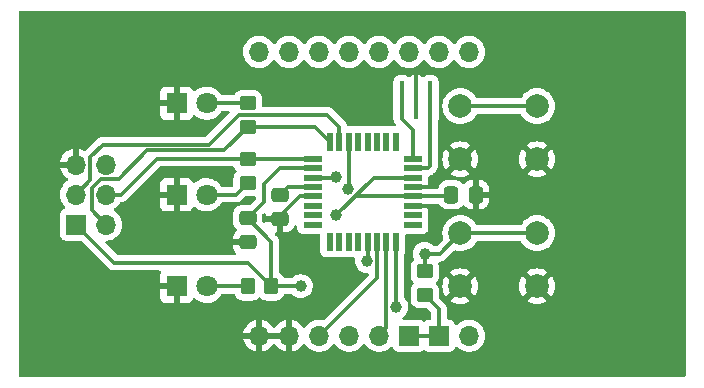
<source format=gbr>
%TF.GenerationSoftware,KiCad,Pcbnew,(6.0.9)*%
%TF.CreationDate,2024-02-06T02:56:22+01:00*%
%TF.ProjectId,HBW-1W-T10-Platine2,4842572d-3157-42d5-9431-302d506c6174,rev?*%
%TF.SameCoordinates,Original*%
%TF.FileFunction,Copper,L1,Top*%
%TF.FilePolarity,Positive*%
%FSLAX46Y46*%
G04 Gerber Fmt 4.6, Leading zero omitted, Abs format (unit mm)*
G04 Created by KiCad (PCBNEW (6.0.9)) date 2024-02-06 02:56:22*
%MOMM*%
%LPD*%
G01*
G04 APERTURE LIST*
G04 Aperture macros list*
%AMRoundRect*
0 Rectangle with rounded corners*
0 $1 Rounding radius*
0 $2 $3 $4 $5 $6 $7 $8 $9 X,Y pos of 4 corners*
0 Add a 4 corners polygon primitive as box body*
4,1,4,$2,$3,$4,$5,$6,$7,$8,$9,$2,$3,0*
0 Add four circle primitives for the rounded corners*
1,1,$1+$1,$2,$3*
1,1,$1+$1,$4,$5*
1,1,$1+$1,$6,$7*
1,1,$1+$1,$8,$9*
0 Add four rect primitives between the rounded corners*
20,1,$1+$1,$2,$3,$4,$5,0*
20,1,$1+$1,$4,$5,$6,$7,0*
20,1,$1+$1,$6,$7,$8,$9,0*
20,1,$1+$1,$8,$9,$2,$3,0*%
G04 Aperture macros list end*
%TA.AperFunction,SMDPad,CuDef*%
%ADD10RoundRect,0.250000X0.450000X-0.350000X0.450000X0.350000X-0.450000X0.350000X-0.450000X-0.350000X0*%
%TD*%
%TA.AperFunction,ComponentPad*%
%ADD11R,1.800000X1.800000*%
%TD*%
%TA.AperFunction,ComponentPad*%
%ADD12C,1.800000*%
%TD*%
%TA.AperFunction,SMDPad,CuDef*%
%ADD13RoundRect,0.250000X0.350000X0.450000X-0.350000X0.450000X-0.350000X-0.450000X0.350000X-0.450000X0*%
%TD*%
%TA.AperFunction,SMDPad,CuDef*%
%ADD14R,0.400000X3.200000*%
%TD*%
%TA.AperFunction,ComponentPad*%
%ADD15C,2.000000*%
%TD*%
%TA.AperFunction,ComponentPad*%
%ADD16O,1.700000X1.700000*%
%TD*%
%TA.AperFunction,ComponentPad*%
%ADD17R,1.700000X1.700000*%
%TD*%
%TA.AperFunction,SMDPad,CuDef*%
%ADD18RoundRect,0.250000X-0.337500X-0.475000X0.337500X-0.475000X0.337500X0.475000X-0.337500X0.475000X0*%
%TD*%
%TA.AperFunction,SMDPad,CuDef*%
%ADD19RoundRect,0.250000X0.475000X-0.337500X0.475000X0.337500X-0.475000X0.337500X-0.475000X-0.337500X0*%
%TD*%
%TA.AperFunction,SMDPad,CuDef*%
%ADD20RoundRect,0.250000X-0.475000X0.337500X-0.475000X-0.337500X0.475000X-0.337500X0.475000X0.337500X0*%
%TD*%
%TA.AperFunction,SMDPad,CuDef*%
%ADD21RoundRect,0.250000X-0.450000X0.350000X-0.450000X-0.350000X0.450000X-0.350000X0.450000X0.350000X0*%
%TD*%
%TA.AperFunction,SMDPad,CuDef*%
%ADD22R,1.600000X0.550000*%
%TD*%
%TA.AperFunction,SMDPad,CuDef*%
%ADD23R,0.550000X1.600000*%
%TD*%
%TA.AperFunction,ViaPad*%
%ADD24C,1.000000*%
%TD*%
%TA.AperFunction,Conductor*%
%ADD25C,0.300000*%
%TD*%
G04 APERTURE END LIST*
D10*
%TO.P,R1,1*%
%TO.N,/LED*%
X139750000Y-68250000D03*
%TO.P,R1,2*%
%TO.N,/D13*%
X139750000Y-66250000D03*
%TD*%
D11*
%TO.P,D3,1,K*%
%TO.N,/GND*%
X133725000Y-61500000D03*
D12*
%TO.P,D3,2,A*%
%TO.N,/ID_LED*%
X136265000Y-61500000D03*
%TD*%
D13*
%TO.P,R4,1*%
%TO.N,/VCC*%
X141750000Y-77000000D03*
%TO.P,R4,2*%
%TO.N,Net-(R4-Pad2)*%
X139750000Y-77000000D03*
%TD*%
D11*
%TO.P,D2,1,K*%
%TO.N,/GND*%
X133725000Y-77000000D03*
D12*
%TO.P,D2,2,A*%
%TO.N,Net-(R4-Pad2)*%
X136265000Y-77000000D03*
%TD*%
D14*
%TO.P,Y1,1,1*%
%TO.N,Net-(IC1-Pad7)*%
X155200000Y-61250000D03*
%TO.P,Y1,2,2*%
%TO.N,/GND*%
X154000000Y-61250000D03*
%TO.P,Y1,3,3*%
%TO.N,Net-(Y1-Pad3)*%
X152800000Y-61250000D03*
%TD*%
D15*
%TO.P,SW2,1,1*%
%TO.N,/RST*%
X157750000Y-72500000D03*
X164250000Y-72500000D03*
%TO.P,SW2,2,2*%
%TO.N,/GND*%
X157750000Y-77000000D03*
X164250000Y-77000000D03*
%TD*%
D16*
%TO.P,J2,1,Pin_1*%
%TO.N,/GND*%
X140717800Y-81191600D03*
%TO.P,J2,2,Pin_2*%
X143257800Y-81191600D03*
%TO.P,J2,3,Pin_3*%
%TO.N,/RXD*%
X145797800Y-81191600D03*
%TO.P,J2,4,Pin_4*%
%TO.N,/D2*%
X148337800Y-81191600D03*
%TO.P,J2,5,Pin_5*%
%TO.N,/TXD*%
X150877800Y-81191600D03*
D17*
%TO.P,J2,6,Pin_6*%
%TO.N,/VCC*%
X153417800Y-81191600D03*
%TO.P,J2,7,Pin_7*%
X155957800Y-81191600D03*
D16*
%TO.P,J2,8,Pin_8*%
%TO.N,/D10*%
X158497800Y-81191600D03*
%TD*%
D18*
%TO.P,C1,1*%
%TO.N,/VCC*%
X157000000Y-69250000D03*
%TO.P,C1,2*%
%TO.N,/GND*%
X159075000Y-69250000D03*
%TD*%
D15*
%TO.P,SW1,1,1*%
%TO.N,/A6*%
X164250000Y-61750000D03*
X157750000Y-61750000D03*
%TO.P,SW1,2,2*%
%TO.N,/GND*%
X164250000Y-66250000D03*
X157750000Y-66250000D03*
%TD*%
D19*
%TO.P,C3,1*%
%TO.N,/GND*%
X142500000Y-71325000D03*
%TO.P,C3,2*%
%TO.N,Net-(IC1-Pad20)*%
X142500000Y-69250000D03*
%TD*%
D20*
%TO.P,C2,1*%
%TO.N,/VCC*%
X139750000Y-71212500D03*
%TO.P,C2,2*%
%TO.N,/GND*%
X139750000Y-73287500D03*
%TD*%
D16*
%TO.P,J1,1,Pin_1*%
%TO.N,/A7*%
X140717800Y-57166600D03*
%TO.P,J1,2,Pin_2*%
%TO.N,/A6*%
X143257800Y-57166600D03*
%TO.P,J1,3,Pin_3*%
%TO.N,/A5*%
X145797800Y-57166600D03*
%TO.P,J1,4,Pin_4*%
%TO.N,/A4*%
X148337800Y-57166600D03*
%TO.P,J1,5,Pin_5*%
%TO.N,/A3*%
X150877800Y-57166600D03*
%TO.P,J1,6,Pin_6*%
%TO.N,/A2*%
X153417800Y-57166600D03*
%TO.P,J1,7,Pin_7*%
%TO.N,/A1*%
X155957800Y-57166600D03*
%TO.P,J1,8,Pin_8*%
%TO.N,/A0*%
X158497800Y-57166600D03*
%TD*%
D11*
%TO.P,D1,1,K*%
%TO.N,/GND*%
X133725000Y-69250000D03*
D12*
%TO.P,D1,2,A*%
%TO.N,/LED*%
X136265000Y-69250000D03*
%TD*%
D16*
%TO.P,J3,1,Pin_1*%
%TO.N,/D12*%
X127750000Y-71775000D03*
D17*
%TO.P,J3,2,Pin_2*%
%TO.N,/VCC*%
X125210000Y-71775000D03*
D16*
%TO.P,J3,3,Pin_3*%
%TO.N,/D13*%
X127750000Y-69235000D03*
%TO.P,J3,4,Pin_4*%
%TO.N,/D11*%
X125210000Y-69235000D03*
%TO.P,J3,5,Pin_5*%
%TO.N,/RST*%
X127750000Y-66695000D03*
%TO.P,J3,6,Pin_6*%
%TO.N,/GND*%
X125210000Y-66695000D03*
%TD*%
D21*
%TO.P,R2,1*%
%TO.N,/ID_LED*%
X139750000Y-61500000D03*
%TO.P,R2,2*%
%TO.N,/D12*%
X139750000Y-63500000D03*
%TD*%
D10*
%TO.P,R3,1*%
%TO.N,/VCC*%
X154750000Y-77750000D03*
%TO.P,R3,2*%
%TO.N,/RST*%
X154750000Y-75750000D03*
%TD*%
D22*
%TO.P,IC1,1,PD3*%
%TO.N,/D3*%
X153750000Y-71800000D03*
%TO.P,IC1,2,PD4*%
%TO.N,/D4*%
X153750000Y-71000000D03*
%TO.P,IC1,3,GND*%
%TO.N,/GND*%
X153750000Y-70200000D03*
%TO.P,IC1,4,VCC*%
%TO.N,/VCC*%
X153750000Y-69400000D03*
%TO.P,IC1,5,GND*%
%TO.N,/GND*%
X153750000Y-68600000D03*
%TO.P,IC1,6,VCC*%
%TO.N,/VCC*%
X153750000Y-67800000D03*
%TO.P,IC1,7,XTAL1/PB6*%
%TO.N,Net-(IC1-Pad7)*%
X153750000Y-67000000D03*
%TO.P,IC1,8,XTAL2/PB7*%
%TO.N,Net-(Y1-Pad3)*%
X153750000Y-66200000D03*
D23*
%TO.P,IC1,9,PD5*%
%TO.N,/D5*%
X152300000Y-64750000D03*
%TO.P,IC1,10,PD6*%
%TO.N,/D6*%
X151500000Y-64750000D03*
%TO.P,IC1,11,PD7*%
%TO.N,/D7*%
X150700000Y-64750000D03*
%TO.P,IC1,12,PB0*%
%TO.N,/D8*%
X149900000Y-64750000D03*
%TO.P,IC1,13,PB1*%
%TO.N,/D9*%
X149100000Y-64750000D03*
%TO.P,IC1,14,PB2*%
%TO.N,/D10*%
X148300000Y-64750000D03*
%TO.P,IC1,15,PB3*%
%TO.N,/D11*%
X147500000Y-64750000D03*
%TO.P,IC1,16,PB4*%
%TO.N,/D12*%
X146700000Y-64750000D03*
D22*
%TO.P,IC1,17,PB5*%
%TO.N,/D13*%
X145250000Y-66200000D03*
%TO.P,IC1,18,AVCC*%
%TO.N,/VCC*%
X145250000Y-67000000D03*
%TO.P,IC1,19,ADC6*%
%TO.N,/A6*%
X145250000Y-67800000D03*
%TO.P,IC1,20,AREF*%
%TO.N,Net-(IC1-Pad20)*%
X145250000Y-68600000D03*
%TO.P,IC1,21,GND*%
%TO.N,/GND*%
X145250000Y-69400000D03*
%TO.P,IC1,22,ADC7*%
%TO.N,/A7*%
X145250000Y-70200000D03*
%TO.P,IC1,23,PC0*%
%TO.N,/A0*%
X145250000Y-71000000D03*
%TO.P,IC1,24,PC1*%
%TO.N,/A1*%
X145250000Y-71800000D03*
D23*
%TO.P,IC1,25,PC2*%
%TO.N,/A2*%
X146700000Y-73250000D03*
%TO.P,IC1,26,PC3*%
%TO.N,/A3*%
X147500000Y-73250000D03*
%TO.P,IC1,27,PC4*%
%TO.N,/A4*%
X148300000Y-73250000D03*
%TO.P,IC1,28,PC5*%
%TO.N,/A5*%
X149100000Y-73250000D03*
%TO.P,IC1,29,~{RESET}/PC6*%
%TO.N,/RST*%
X149900000Y-73250000D03*
%TO.P,IC1,30,PD0*%
%TO.N,/RXD*%
X150700000Y-73250000D03*
%TO.P,IC1,31,PD1*%
%TO.N,/TXD*%
X151500000Y-73250000D03*
%TO.P,IC1,32,PD2*%
%TO.N,/D2*%
X152300000Y-73250000D03*
%TD*%
D24*
%TO.N,/D2*%
X152349500Y-78750000D03*
%TO.N,/RST*%
X149850500Y-74850500D03*
X154750000Y-74250000D03*
%TO.N,/A6*%
X147250000Y-67750000D03*
%TO.N,/VCC*%
X144250000Y-77000000D03*
X147250000Y-71000000D03*
%TO.N,/D10*%
X148250000Y-68750000D03*
%TD*%
D25*
%TO.N,/TXD*%
X151500000Y-73250000D02*
X151500000Y-80569400D01*
X151500000Y-80569400D02*
X150877800Y-81191600D01*
%TO.N,/RXD*%
X150700000Y-73250000D02*
X150700000Y-76289400D01*
X150700000Y-76289400D02*
X145797800Y-81191600D01*
%TO.N,/GND*%
X153750000Y-70200000D02*
X155450000Y-70200000D01*
X159000000Y-70750000D02*
X159075000Y-70675000D01*
X155450000Y-70200000D02*
X156000000Y-70750000D01*
X159075000Y-70675000D02*
X159075000Y-69250000D01*
X142500000Y-71050000D02*
X142500000Y-71325000D01*
X156000000Y-70750000D02*
X159000000Y-70750000D01*
X153750000Y-68600000D02*
X155400000Y-68600000D01*
X155400000Y-68600000D02*
X157750000Y-66250000D01*
X145250000Y-69400000D02*
X144150000Y-69400000D01*
X144150000Y-69400000D02*
X142500000Y-71050000D01*
%TO.N,/D2*%
X152349500Y-78750000D02*
X152300000Y-78700500D01*
X152300000Y-78700500D02*
X152300000Y-73250000D01*
%TO.N,/RST*%
X157750000Y-72500000D02*
X164250000Y-72500000D01*
X156000000Y-74250000D02*
X157750000Y-72500000D01*
X149900000Y-74801000D02*
X149900000Y-73250000D01*
X154750000Y-74250000D02*
X156000000Y-74250000D01*
X149850500Y-74850500D02*
X149900000Y-74801000D01*
X154750000Y-75750000D02*
X154750000Y-74250000D01*
%TO.N,/D11*%
X127500000Y-65000000D02*
X136500000Y-65000000D01*
X126410000Y-66090000D02*
X127500000Y-65000000D01*
X147500000Y-63500000D02*
X147500000Y-64750000D01*
X146500000Y-62500000D02*
X147500000Y-63500000D01*
X126410000Y-68035000D02*
X126410000Y-66090000D01*
X125210000Y-69235000D02*
X126410000Y-68035000D01*
X139000000Y-62500000D02*
X146500000Y-62500000D01*
X136500000Y-65000000D02*
X139000000Y-62500000D01*
%TO.N,/D12*%
X126550000Y-68700000D02*
X127355000Y-67895000D01*
X146700000Y-64750000D02*
X145450000Y-63500000D01*
X126550000Y-70575000D02*
X126550000Y-68700000D01*
X131250000Y-65500000D02*
X137750000Y-65500000D01*
X128855000Y-67895000D02*
X131250000Y-65500000D01*
X145450000Y-63500000D02*
X139750000Y-63500000D01*
X137750000Y-65500000D02*
X139750000Y-63500000D01*
X127750000Y-71775000D02*
X126550000Y-70575000D01*
X127355000Y-67895000D02*
X128855000Y-67895000D01*
%TO.N,/D13*%
X142050000Y-66200000D02*
X145250000Y-66200000D01*
X127750000Y-69235000D02*
X129015000Y-69235000D01*
X132050000Y-66200000D02*
X142050000Y-66200000D01*
X129015000Y-69235000D02*
X132050000Y-66200000D01*
%TO.N,Net-(IC1-Pad20)*%
X145250000Y-68600000D02*
X143150000Y-68600000D01*
X143150000Y-68600000D02*
X142500000Y-69250000D01*
%TO.N,Net-(R4-Pad2)*%
X136265000Y-77000000D02*
X139750000Y-77000000D01*
%TO.N,/A6*%
X147200000Y-67800000D02*
X147250000Y-67750000D01*
X164250000Y-61750000D02*
X157750000Y-61750000D01*
X145250000Y-67800000D02*
X147200000Y-67800000D01*
%TO.N,/VCC*%
X148850000Y-69400000D02*
X147250000Y-71000000D01*
X150450000Y-67800000D02*
X153750000Y-67800000D01*
X156850000Y-69400000D02*
X157000000Y-69250000D01*
X141125000Y-69837500D02*
X139750000Y-71212500D01*
X147250000Y-71000000D02*
X150450000Y-67800000D01*
X125210000Y-71775000D02*
X128435000Y-75000000D01*
X141125000Y-76375000D02*
X141750000Y-77000000D01*
X153750000Y-69400000D02*
X148850000Y-69400000D01*
X155957800Y-78957800D02*
X155957800Y-81191600D01*
X153750000Y-69400000D02*
X156850000Y-69400000D01*
X139750000Y-71212500D02*
X141750000Y-73212500D01*
X153417800Y-81191600D02*
X155957800Y-81191600D01*
X139750000Y-75000000D02*
X141125000Y-76375000D01*
X145250000Y-67000000D02*
X142500000Y-67000000D01*
X141750000Y-73212500D02*
X141750000Y-77000000D01*
X141125000Y-68375000D02*
X141125000Y-69837500D01*
X141750000Y-77000000D02*
X144250000Y-77000000D01*
X128435000Y-75000000D02*
X139750000Y-75000000D01*
X142500000Y-67000000D02*
X141125000Y-68375000D01*
X154750000Y-77750000D02*
X155957800Y-78957800D01*
%TO.N,Net-(IC1-Pad7)*%
X155200000Y-66800000D02*
X155000000Y-67000000D01*
X155000000Y-67000000D02*
X153750000Y-67000000D01*
X155200000Y-61250000D02*
X155200000Y-66800000D01*
%TO.N,Net-(Y1-Pad3)*%
X152800000Y-62800000D02*
X153750000Y-63750000D01*
X153750000Y-63750000D02*
X153750000Y-66200000D01*
X152800000Y-61250000D02*
X152800000Y-62800000D01*
%TO.N,/LED*%
X138750000Y-69250000D02*
X136265000Y-69250000D01*
X139750000Y-68250000D02*
X138750000Y-69250000D01*
%TO.N,/ID_LED*%
X136265000Y-61500000D02*
X139750000Y-61500000D01*
%TO.N,/D10*%
X148300000Y-64750000D02*
X148300000Y-68700000D01*
X148300000Y-68700000D02*
X148250000Y-68750000D01*
%TD*%
%TA.AperFunction,Conductor*%
%TO.N,/GND*%
G36*
X176776421Y-53720102D02*
G01*
X176822914Y-53773758D01*
X176834300Y-53826100D01*
X176834300Y-84557100D01*
X176814298Y-84625221D01*
X176760642Y-84671714D01*
X176708300Y-84683100D01*
X120477300Y-84683100D01*
X120409179Y-84663098D01*
X120362686Y-84609442D01*
X120351300Y-84557100D01*
X120351300Y-81459566D01*
X139386057Y-81459566D01*
X139416365Y-81594046D01*
X139419445Y-81603875D01*
X139499570Y-81801203D01*
X139504213Y-81810394D01*
X139615494Y-81991988D01*
X139621577Y-82000299D01*
X139761013Y-82161267D01*
X139768380Y-82168483D01*
X139932234Y-82304516D01*
X139940681Y-82310431D01*
X140124556Y-82417879D01*
X140133842Y-82422329D01*
X140332801Y-82498303D01*
X140342699Y-82501179D01*
X140446050Y-82522206D01*
X140460099Y-82521010D01*
X140463800Y-82510665D01*
X140463800Y-82510117D01*
X140971800Y-82510117D01*
X140975864Y-82523959D01*
X140989278Y-82525993D01*
X140995984Y-82525134D01*
X141006062Y-82522992D01*
X141210055Y-82461791D01*
X141219642Y-82458033D01*
X141410895Y-82364339D01*
X141419745Y-82359064D01*
X141593128Y-82235392D01*
X141601000Y-82228739D01*
X141751852Y-82078412D01*
X141758530Y-82070565D01*
X141885822Y-81893419D01*
X141886947Y-81894227D01*
X141934469Y-81850476D01*
X142004407Y-81838261D01*
X142069846Y-81865797D01*
X142097670Y-81897628D01*
X142155490Y-81991983D01*
X142161577Y-82000299D01*
X142301013Y-82161267D01*
X142308380Y-82168483D01*
X142472234Y-82304516D01*
X142480681Y-82310431D01*
X142664556Y-82417879D01*
X142673842Y-82422329D01*
X142872801Y-82498303D01*
X142882699Y-82501179D01*
X142986050Y-82522206D01*
X143000099Y-82521010D01*
X143003800Y-82510665D01*
X143003800Y-81463715D01*
X142999325Y-81448476D01*
X142997935Y-81447271D01*
X142990252Y-81445600D01*
X140989915Y-81445600D01*
X140974676Y-81450075D01*
X140973471Y-81451465D01*
X140971800Y-81459148D01*
X140971800Y-82510117D01*
X140463800Y-82510117D01*
X140463800Y-81463715D01*
X140459325Y-81448476D01*
X140457935Y-81447271D01*
X140450252Y-81445600D01*
X139401025Y-81445600D01*
X139387494Y-81449573D01*
X139386057Y-81459566D01*
X120351300Y-81459566D01*
X120351300Y-80925783D01*
X139382189Y-80925783D01*
X139383712Y-80934207D01*
X139396092Y-80937600D01*
X140445685Y-80937600D01*
X140460924Y-80933125D01*
X140462129Y-80931735D01*
X140463800Y-80924052D01*
X140463800Y-80919485D01*
X140971800Y-80919485D01*
X140976275Y-80934724D01*
X140977665Y-80935929D01*
X140985348Y-80937600D01*
X142985685Y-80937600D01*
X143000924Y-80933125D01*
X143002129Y-80931735D01*
X143003800Y-80924052D01*
X143003800Y-79874702D01*
X142999882Y-79861358D01*
X142985606Y-79859371D01*
X142947124Y-79865260D01*
X142937088Y-79867651D01*
X142734668Y-79933812D01*
X142725159Y-79937809D01*
X142536263Y-80036142D01*
X142527538Y-80041636D01*
X142357233Y-80169505D01*
X142349526Y-80176348D01*
X142202390Y-80330317D01*
X142195904Y-80338327D01*
X142090993Y-80492121D01*
X142036082Y-80537124D01*
X141965557Y-80545295D01*
X141901810Y-80514041D01*
X141881113Y-80489557D01*
X141800227Y-80364526D01*
X141793936Y-80356357D01*
X141650606Y-80198840D01*
X141643073Y-80191815D01*
X141475939Y-80059822D01*
X141467352Y-80054117D01*
X141280917Y-79951199D01*
X141271505Y-79946969D01*
X141070759Y-79875880D01*
X141060788Y-79873246D01*
X140989637Y-79860572D01*
X140976340Y-79862032D01*
X140971800Y-79876589D01*
X140971800Y-80919485D01*
X140463800Y-80919485D01*
X140463800Y-79874702D01*
X140459882Y-79861358D01*
X140445606Y-79859371D01*
X140407124Y-79865260D01*
X140397088Y-79867651D01*
X140194668Y-79933812D01*
X140185159Y-79937809D01*
X139996263Y-80036142D01*
X139987538Y-80041636D01*
X139817233Y-80169505D01*
X139809526Y-80176348D01*
X139662390Y-80330317D01*
X139655904Y-80338327D01*
X139535898Y-80514249D01*
X139530800Y-80523223D01*
X139441138Y-80716383D01*
X139437575Y-80726070D01*
X139382189Y-80925783D01*
X120351300Y-80925783D01*
X120351300Y-77944669D01*
X132317001Y-77944669D01*
X132317371Y-77951490D01*
X132322895Y-78002352D01*
X132326521Y-78017604D01*
X132371676Y-78138054D01*
X132380214Y-78153649D01*
X132456715Y-78255724D01*
X132469276Y-78268285D01*
X132571351Y-78344786D01*
X132586946Y-78353324D01*
X132707394Y-78398478D01*
X132722649Y-78402105D01*
X132773514Y-78407631D01*
X132780328Y-78408000D01*
X133452885Y-78408000D01*
X133468124Y-78403525D01*
X133469329Y-78402135D01*
X133471000Y-78394452D01*
X133471000Y-77272115D01*
X133466525Y-77256876D01*
X133465135Y-77255671D01*
X133457452Y-77254000D01*
X132335116Y-77254000D01*
X132319877Y-77258475D01*
X132318672Y-77259865D01*
X132317001Y-77267548D01*
X132317001Y-77944669D01*
X120351300Y-77944669D01*
X120351300Y-69201695D01*
X123847251Y-69201695D01*
X123847548Y-69206848D01*
X123847548Y-69206851D01*
X123850526Y-69258500D01*
X123860110Y-69424715D01*
X123861247Y-69429761D01*
X123861248Y-69429767D01*
X123877978Y-69504000D01*
X123909222Y-69642639D01*
X123953740Y-69752275D01*
X123986612Y-69833228D01*
X123993266Y-69849616D01*
X124025822Y-69902742D01*
X124088222Y-70004570D01*
X124109987Y-70040088D01*
X124113367Y-70043990D01*
X124122533Y-70054572D01*
X124256250Y-70208938D01*
X124260230Y-70212242D01*
X124264981Y-70216187D01*
X124304616Y-70275090D01*
X124306113Y-70346071D01*
X124268997Y-70406593D01*
X124228725Y-70431112D01*
X124163214Y-70455671D01*
X124113295Y-70474385D01*
X123996739Y-70561739D01*
X123909385Y-70678295D01*
X123858255Y-70814684D01*
X123851500Y-70876866D01*
X123851500Y-72673134D01*
X123858255Y-72735316D01*
X123909385Y-72871705D01*
X123996739Y-72988261D01*
X124113295Y-73075615D01*
X124249684Y-73126745D01*
X124311866Y-73133500D01*
X125585050Y-73133500D01*
X125653171Y-73153502D01*
X125674145Y-73170405D01*
X127911345Y-75407605D01*
X127919335Y-75416385D01*
X127923584Y-75423080D01*
X127929362Y-75428506D01*
X127929363Y-75428507D01*
X127975257Y-75471604D01*
X127978099Y-75474359D01*
X127998667Y-75494927D01*
X128002170Y-75497644D01*
X128011195Y-75505352D01*
X128044867Y-75536972D01*
X128051818Y-75540793D01*
X128051819Y-75540794D01*
X128063658Y-75547303D01*
X128080182Y-75558157D01*
X128090271Y-75565982D01*
X128097132Y-75571304D01*
X128104404Y-75574451D01*
X128104406Y-75574452D01*
X128139535Y-75589654D01*
X128150196Y-75594876D01*
X128190663Y-75617124D01*
X128211441Y-75622459D01*
X128230131Y-75628858D01*
X128249824Y-75637380D01*
X128293596Y-75644313D01*
X128295448Y-75644606D01*
X128307071Y-75647013D01*
X128319925Y-75650313D01*
X128351812Y-75658500D01*
X128373259Y-75658500D01*
X128392969Y-75660051D01*
X128414152Y-75663406D01*
X128460141Y-75659059D01*
X128471996Y-75658500D01*
X132270428Y-75658500D01*
X132338549Y-75678502D01*
X132385042Y-75732158D01*
X132395146Y-75802432D01*
X132380948Y-75845008D01*
X132371679Y-75861939D01*
X132326522Y-75982394D01*
X132322895Y-75997649D01*
X132317369Y-76048514D01*
X132317000Y-76055328D01*
X132317000Y-76727885D01*
X132321475Y-76743124D01*
X132322865Y-76744329D01*
X132330548Y-76746000D01*
X133853000Y-76746000D01*
X133921121Y-76766002D01*
X133967614Y-76819658D01*
X133979000Y-76872000D01*
X133979000Y-78389884D01*
X133983475Y-78405123D01*
X133984865Y-78406328D01*
X133992548Y-78407999D01*
X134669669Y-78407999D01*
X134676490Y-78407629D01*
X134727352Y-78402105D01*
X134742604Y-78398479D01*
X134863054Y-78353324D01*
X134878649Y-78344786D01*
X134980724Y-78268285D01*
X134993285Y-78255724D01*
X135069786Y-78153649D01*
X135078324Y-78138054D01*
X135099773Y-78080840D01*
X135142415Y-78024075D01*
X135208977Y-77999376D01*
X135278325Y-78014584D01*
X135298240Y-78028126D01*
X135454349Y-78157730D01*
X135654322Y-78274584D01*
X135870694Y-78357209D01*
X135875760Y-78358240D01*
X135875761Y-78358240D01*
X135903242Y-78363831D01*
X136097656Y-78403385D01*
X136228324Y-78408176D01*
X136323949Y-78411683D01*
X136323953Y-78411683D01*
X136329113Y-78411872D01*
X136334233Y-78411216D01*
X136334235Y-78411216D01*
X136433668Y-78398478D01*
X136558847Y-78382442D01*
X136563795Y-78380957D01*
X136563802Y-78380956D01*
X136775747Y-78317369D01*
X136780690Y-78315886D01*
X136861236Y-78276427D01*
X136984049Y-78216262D01*
X136984052Y-78216260D01*
X136988684Y-78213991D01*
X137177243Y-78079494D01*
X137341303Y-77916005D01*
X137384691Y-77855625D01*
X137473443Y-77732113D01*
X137473444Y-77732112D01*
X137476458Y-77727917D01*
X137478748Y-77723284D01*
X137480957Y-77719607D01*
X137533186Y-77671517D01*
X137588961Y-77658500D01*
X138579143Y-77658500D01*
X138647264Y-77678502D01*
X138693757Y-77732158D01*
X138698666Y-77744622D01*
X138706130Y-77766995D01*
X138706133Y-77767002D01*
X138708450Y-77773946D01*
X138801522Y-77924348D01*
X138926697Y-78049305D01*
X138932927Y-78053145D01*
X138932928Y-78053146D01*
X139070674Y-78138054D01*
X139077262Y-78142115D01*
X139114376Y-78154425D01*
X139238611Y-78195632D01*
X139238613Y-78195632D01*
X139245139Y-78197797D01*
X139251975Y-78198497D01*
X139251978Y-78198498D01*
X139295031Y-78202909D01*
X139349600Y-78208500D01*
X140150400Y-78208500D01*
X140153646Y-78208163D01*
X140153650Y-78208163D01*
X140249308Y-78198238D01*
X140249312Y-78198237D01*
X140256166Y-78197526D01*
X140262702Y-78195345D01*
X140262704Y-78195345D01*
X140407209Y-78147134D01*
X140423946Y-78141550D01*
X140574348Y-78048478D01*
X140660784Y-77961891D01*
X140723066Y-77927812D01*
X140793886Y-77932815D01*
X140838975Y-77961736D01*
X140905481Y-78028126D01*
X140926697Y-78049305D01*
X140932927Y-78053145D01*
X140932928Y-78053146D01*
X141070674Y-78138054D01*
X141077262Y-78142115D01*
X141114376Y-78154425D01*
X141238611Y-78195632D01*
X141238613Y-78195632D01*
X141245139Y-78197797D01*
X141251975Y-78198497D01*
X141251978Y-78198498D01*
X141295031Y-78202909D01*
X141349600Y-78208500D01*
X142150400Y-78208500D01*
X142153646Y-78208163D01*
X142153650Y-78208163D01*
X142249308Y-78198238D01*
X142249312Y-78198237D01*
X142256166Y-78197526D01*
X142262702Y-78195345D01*
X142262704Y-78195345D01*
X142407209Y-78147134D01*
X142423946Y-78141550D01*
X142574348Y-78048478D01*
X142609607Y-78013158D01*
X142694134Y-77928483D01*
X142699305Y-77923303D01*
X142706391Y-77911808D01*
X142788275Y-77778968D01*
X142788276Y-77778966D01*
X142792115Y-77772738D01*
X142801372Y-77744830D01*
X142841803Y-77686472D01*
X142907367Y-77659236D01*
X142920964Y-77658500D01*
X143424494Y-77658500D01*
X143492615Y-77678502D01*
X143515132Y-77696974D01*
X143517204Y-77699120D01*
X143521035Y-77703953D01*
X143671650Y-77832136D01*
X143844294Y-77928624D01*
X144032392Y-77989740D01*
X144228777Y-78013158D01*
X144234912Y-78012686D01*
X144234914Y-78012686D01*
X144419830Y-77998457D01*
X144419834Y-77998456D01*
X144425972Y-77997984D01*
X144616463Y-77944798D01*
X144621967Y-77942018D01*
X144621969Y-77942017D01*
X144787495Y-77858404D01*
X144787497Y-77858403D01*
X144792996Y-77855625D01*
X144948847Y-77733861D01*
X145078078Y-77584145D01*
X145175769Y-77412179D01*
X145238197Y-77224513D01*
X145262985Y-77028295D01*
X145263380Y-77000000D01*
X145244080Y-76803167D01*
X145186916Y-76613831D01*
X145094066Y-76439204D01*
X144998067Y-76321498D01*
X144972960Y-76290713D01*
X144972957Y-76290710D01*
X144969065Y-76285938D01*
X144964316Y-76282009D01*
X144821425Y-76163799D01*
X144821421Y-76163797D01*
X144816675Y-76159870D01*
X144642701Y-76065802D01*
X144453768Y-76007318D01*
X144447643Y-76006674D01*
X144447642Y-76006674D01*
X144263204Y-75987289D01*
X144263202Y-75987289D01*
X144257075Y-75986645D01*
X144174576Y-75994153D01*
X144066251Y-76004011D01*
X144066248Y-76004012D01*
X144060112Y-76004570D01*
X144054206Y-76006308D01*
X144054202Y-76006309D01*
X143949076Y-76037249D01*
X143870381Y-76060410D01*
X143864923Y-76063263D01*
X143864919Y-76063265D01*
X143827308Y-76082928D01*
X143695110Y-76152040D01*
X143540975Y-76275968D01*
X143537013Y-76280690D01*
X143523753Y-76296492D01*
X143464643Y-76335818D01*
X143427232Y-76341500D01*
X142920857Y-76341500D01*
X142852736Y-76321498D01*
X142806243Y-76267842D01*
X142801334Y-76255378D01*
X142793870Y-76233005D01*
X142793867Y-76232998D01*
X142791550Y-76226054D01*
X142698478Y-76075652D01*
X142573303Y-75950695D01*
X142468383Y-75886021D01*
X142420891Y-75833250D01*
X142408500Y-75778762D01*
X142408500Y-73294556D01*
X142409059Y-73282700D01*
X142409059Y-73282697D01*
X142410788Y-73274963D01*
X142408562Y-73204131D01*
X142408500Y-73200173D01*
X142408500Y-73171068D01*
X142407944Y-73166668D01*
X142407012Y-73154830D01*
X142406971Y-73153502D01*
X142405562Y-73108669D01*
X142399580Y-73088079D01*
X142395570Y-73068716D01*
X142393875Y-73055296D01*
X142393875Y-73055295D01*
X142392882Y-73047436D01*
X142389966Y-73040071D01*
X142389965Y-73040067D01*
X142375874Y-73004479D01*
X142372035Y-72993269D01*
X142359145Y-72948900D01*
X142348225Y-72930435D01*
X142339534Y-72912695D01*
X142331635Y-72892744D01*
X142304482Y-72855371D01*
X142297967Y-72845452D01*
X142278493Y-72812523D01*
X142278490Y-72812519D01*
X142274453Y-72805693D01*
X142259289Y-72790529D01*
X142246448Y-72775495D01*
X142238501Y-72764557D01*
X142233841Y-72758143D01*
X142198247Y-72728697D01*
X142189468Y-72720708D01*
X142104355Y-72635595D01*
X142070329Y-72573283D01*
X142075394Y-72502468D01*
X142117941Y-72445632D01*
X142184461Y-72420821D01*
X142193450Y-72420500D01*
X142227885Y-72420500D01*
X142243124Y-72416025D01*
X142244329Y-72414635D01*
X142246000Y-72406952D01*
X142246000Y-71597115D01*
X142241525Y-71581876D01*
X142240135Y-71580671D01*
X142232452Y-71579000D01*
X141285116Y-71579000D01*
X141269877Y-71583475D01*
X141257464Y-71597800D01*
X141197739Y-71636185D01*
X141126742Y-71636186D01*
X141073144Y-71604384D01*
X141020405Y-71551645D01*
X140986379Y-71489333D01*
X140983500Y-71462550D01*
X140983500Y-70962450D01*
X141003502Y-70894329D01*
X141020405Y-70873355D01*
X141052238Y-70841522D01*
X141114550Y-70807496D01*
X141185365Y-70812561D01*
X141242201Y-70855108D01*
X141267012Y-70921628D01*
X141267169Y-70937044D01*
X141267000Y-70940353D01*
X141267000Y-71052885D01*
X141271475Y-71068124D01*
X141272865Y-71069329D01*
X141280548Y-71071000D01*
X142628000Y-71071000D01*
X142696121Y-71091002D01*
X142742614Y-71144658D01*
X142754000Y-71197000D01*
X142754000Y-72402384D01*
X142758475Y-72417623D01*
X142759865Y-72418828D01*
X142767548Y-72420499D01*
X143022095Y-72420499D01*
X143028614Y-72420162D01*
X143124206Y-72410243D01*
X143137600Y-72407351D01*
X143291784Y-72355912D01*
X143304962Y-72349739D01*
X143442807Y-72264437D01*
X143454208Y-72255401D01*
X143568739Y-72140671D01*
X143577751Y-72129260D01*
X143662816Y-71991257D01*
X143668963Y-71978076D01*
X143695907Y-71896843D01*
X143736338Y-71838484D01*
X143801902Y-71811247D01*
X143871784Y-71823781D01*
X143923796Y-71872105D01*
X143941500Y-71936511D01*
X143941500Y-72123134D01*
X143948255Y-72185316D01*
X143999385Y-72321705D01*
X144086739Y-72438261D01*
X144203295Y-72525615D01*
X144339684Y-72576745D01*
X144401866Y-72583500D01*
X145790500Y-72583500D01*
X145858621Y-72603502D01*
X145905114Y-72657158D01*
X145916500Y-72709500D01*
X145916500Y-74098134D01*
X145923255Y-74160316D01*
X145974385Y-74296705D01*
X146061739Y-74413261D01*
X146178295Y-74500615D01*
X146314684Y-74551745D01*
X146376866Y-74558500D01*
X147023134Y-74558500D01*
X147085316Y-74551745D01*
X147085580Y-74554174D01*
X147114420Y-74554174D01*
X147114684Y-74551745D01*
X147176866Y-74558500D01*
X147823134Y-74558500D01*
X147885316Y-74551745D01*
X147885580Y-74554174D01*
X147914420Y-74554174D01*
X147914684Y-74551745D01*
X147976866Y-74558500D01*
X148623134Y-74558500D01*
X148685316Y-74551745D01*
X148685580Y-74554174D01*
X148714420Y-74554174D01*
X148714684Y-74551745D01*
X148741582Y-74554667D01*
X148807144Y-74581909D01*
X148847570Y-74640272D01*
X148853189Y-74693975D01*
X148837219Y-74836351D01*
X148840215Y-74872027D01*
X148852456Y-75017806D01*
X148853768Y-75033434D01*
X148908283Y-75223550D01*
X148998687Y-75399456D01*
X149121535Y-75554453D01*
X149126228Y-75558447D01*
X149126229Y-75558448D01*
X149267293Y-75678502D01*
X149272150Y-75682636D01*
X149444794Y-75779124D01*
X149632892Y-75840240D01*
X149829277Y-75863658D01*
X149835411Y-75863186D01*
X149835413Y-75863186D01*
X149851616Y-75861939D01*
X149885309Y-75859346D01*
X149954762Y-75874063D01*
X150005234Y-75923993D01*
X150020701Y-75993284D01*
X149996250Y-76059938D01*
X149984070Y-76074070D01*
X146225135Y-79833005D01*
X146162823Y-79867031D01*
X146113945Y-79867957D01*
X146065743Y-79859371D01*
X145931173Y-79835400D01*
X145931167Y-79835399D01*
X145926084Y-79834494D01*
X145852252Y-79833592D01*
X145707881Y-79831828D01*
X145707879Y-79831828D01*
X145702711Y-79831765D01*
X145481891Y-79865555D01*
X145269556Y-79934957D01*
X145071407Y-80038107D01*
X145067274Y-80041210D01*
X145067271Y-80041212D01*
X144896900Y-80169130D01*
X144892765Y-80172235D01*
X144889193Y-80175973D01*
X144781529Y-80288637D01*
X144738429Y-80333738D01*
X144735520Y-80338003D01*
X144735514Y-80338011D01*
X144723204Y-80356057D01*
X144631004Y-80491218D01*
X144630698Y-80491666D01*
X144575787Y-80536669D01*
X144505262Y-80544840D01*
X144441515Y-80513586D01*
X144420818Y-80489102D01*
X144340226Y-80364526D01*
X144333936Y-80356357D01*
X144190606Y-80198840D01*
X144183073Y-80191815D01*
X144015939Y-80059822D01*
X144007352Y-80054117D01*
X143820917Y-79951199D01*
X143811505Y-79946969D01*
X143610759Y-79875880D01*
X143600788Y-79873246D01*
X143529637Y-79860572D01*
X143516340Y-79862032D01*
X143511800Y-79876589D01*
X143511800Y-82510117D01*
X143515864Y-82523959D01*
X143529278Y-82525993D01*
X143535984Y-82525134D01*
X143546062Y-82522992D01*
X143750055Y-82461791D01*
X143759642Y-82458033D01*
X143950895Y-82364339D01*
X143959745Y-82359064D01*
X144133128Y-82235392D01*
X144141000Y-82228739D01*
X144291852Y-82078412D01*
X144298530Y-82070565D01*
X144425822Y-81893419D01*
X144427079Y-81894322D01*
X144474173Y-81850962D01*
X144544111Y-81838745D01*
X144609551Y-81866278D01*
X144637379Y-81898111D01*
X144697787Y-81996688D01*
X144844050Y-82165538D01*
X145015926Y-82308232D01*
X145208800Y-82420938D01*
X145417492Y-82500630D01*
X145422560Y-82501661D01*
X145422563Y-82501662D01*
X145517662Y-82521010D01*
X145636397Y-82545167D01*
X145641572Y-82545357D01*
X145641574Y-82545357D01*
X145854473Y-82553164D01*
X145854477Y-82553164D01*
X145859637Y-82553353D01*
X145864757Y-82552697D01*
X145864759Y-82552697D01*
X146076088Y-82525625D01*
X146076089Y-82525625D01*
X146081216Y-82524968D01*
X146086166Y-82523483D01*
X146290229Y-82462261D01*
X146290234Y-82462259D01*
X146295184Y-82460774D01*
X146495794Y-82362496D01*
X146677660Y-82232773D01*
X146835896Y-82075089D01*
X146966253Y-81893677D01*
X146967576Y-81894628D01*
X147014445Y-81851457D01*
X147084380Y-81839225D01*
X147149826Y-81866744D01*
X147177675Y-81898594D01*
X147237787Y-81996688D01*
X147384050Y-82165538D01*
X147555926Y-82308232D01*
X147748800Y-82420938D01*
X147957492Y-82500630D01*
X147962560Y-82501661D01*
X147962563Y-82501662D01*
X148057662Y-82521010D01*
X148176397Y-82545167D01*
X148181572Y-82545357D01*
X148181574Y-82545357D01*
X148394473Y-82553164D01*
X148394477Y-82553164D01*
X148399637Y-82553353D01*
X148404757Y-82552697D01*
X148404759Y-82552697D01*
X148616088Y-82525625D01*
X148616089Y-82525625D01*
X148621216Y-82524968D01*
X148626166Y-82523483D01*
X148830229Y-82462261D01*
X148830234Y-82462259D01*
X148835184Y-82460774D01*
X149035794Y-82362496D01*
X149217660Y-82232773D01*
X149375896Y-82075089D01*
X149506253Y-81893677D01*
X149507576Y-81894628D01*
X149554445Y-81851457D01*
X149624380Y-81839225D01*
X149689826Y-81866744D01*
X149717675Y-81898594D01*
X149777787Y-81996688D01*
X149924050Y-82165538D01*
X150095926Y-82308232D01*
X150288800Y-82420938D01*
X150497492Y-82500630D01*
X150502560Y-82501661D01*
X150502563Y-82501662D01*
X150597662Y-82521010D01*
X150716397Y-82545167D01*
X150721572Y-82545357D01*
X150721574Y-82545357D01*
X150934473Y-82553164D01*
X150934477Y-82553164D01*
X150939637Y-82553353D01*
X150944757Y-82552697D01*
X150944759Y-82552697D01*
X151156088Y-82525625D01*
X151156089Y-82525625D01*
X151161216Y-82524968D01*
X151166166Y-82523483D01*
X151370229Y-82462261D01*
X151370234Y-82462259D01*
X151375184Y-82460774D01*
X151575794Y-82362496D01*
X151757660Y-82232773D01*
X151865891Y-82124919D01*
X151928262Y-82091004D01*
X151999068Y-82096192D01*
X152055830Y-82138838D01*
X152072812Y-82169941D01*
X152094855Y-82228739D01*
X152117185Y-82288305D01*
X152204539Y-82404861D01*
X152321095Y-82492215D01*
X152457484Y-82543345D01*
X152519666Y-82550100D01*
X154315934Y-82550100D01*
X154378116Y-82543345D01*
X154514505Y-82492215D01*
X154612236Y-82418970D01*
X154678741Y-82394122D01*
X154748124Y-82409175D01*
X154763362Y-82418968D01*
X154861095Y-82492215D01*
X154997484Y-82543345D01*
X155059666Y-82550100D01*
X156855934Y-82550100D01*
X156918116Y-82543345D01*
X157054505Y-82492215D01*
X157171061Y-82404861D01*
X157258415Y-82288305D01*
X157280599Y-82229129D01*
X157302398Y-82170982D01*
X157345040Y-82114218D01*
X157411602Y-82089518D01*
X157480950Y-82104726D01*
X157515617Y-82132714D01*
X157544050Y-82165538D01*
X157715926Y-82308232D01*
X157908800Y-82420938D01*
X158117492Y-82500630D01*
X158122560Y-82501661D01*
X158122563Y-82501662D01*
X158217662Y-82521010D01*
X158336397Y-82545167D01*
X158341572Y-82545357D01*
X158341574Y-82545357D01*
X158554473Y-82553164D01*
X158554477Y-82553164D01*
X158559637Y-82553353D01*
X158564757Y-82552697D01*
X158564759Y-82552697D01*
X158776088Y-82525625D01*
X158776089Y-82525625D01*
X158781216Y-82524968D01*
X158786166Y-82523483D01*
X158990229Y-82462261D01*
X158990234Y-82462259D01*
X158995184Y-82460774D01*
X159195794Y-82362496D01*
X159377660Y-82232773D01*
X159535896Y-82075089D01*
X159666253Y-81893677D01*
X159679795Y-81866278D01*
X159762936Y-81698053D01*
X159762937Y-81698051D01*
X159765230Y-81693411D01*
X159830170Y-81479669D01*
X159859329Y-81258190D01*
X159860956Y-81191600D01*
X159842652Y-80968961D01*
X159788231Y-80752302D01*
X159699154Y-80547440D01*
X159577814Y-80359877D01*
X159427470Y-80194651D01*
X159423419Y-80191452D01*
X159423415Y-80191448D01*
X159256214Y-80059400D01*
X159256210Y-80059398D01*
X159252159Y-80056198D01*
X159215828Y-80036142D01*
X159199936Y-80027369D01*
X159056589Y-79948238D01*
X159051720Y-79946514D01*
X159051716Y-79946512D01*
X158850887Y-79875395D01*
X158850883Y-79875394D01*
X158846012Y-79873669D01*
X158840919Y-79872762D01*
X158840916Y-79872761D01*
X158631173Y-79835400D01*
X158631167Y-79835399D01*
X158626084Y-79834494D01*
X158552252Y-79833592D01*
X158407881Y-79831828D01*
X158407879Y-79831828D01*
X158402711Y-79831765D01*
X158181891Y-79865555D01*
X157969556Y-79934957D01*
X157771407Y-80038107D01*
X157767274Y-80041210D01*
X157767271Y-80041212D01*
X157596900Y-80169130D01*
X157592765Y-80172235D01*
X157536337Y-80231284D01*
X157512083Y-80256664D01*
X157450559Y-80292094D01*
X157379646Y-80288637D01*
X157321860Y-80247391D01*
X157303007Y-80213843D01*
X157261567Y-80103303D01*
X157258415Y-80094895D01*
X157171061Y-79978339D01*
X157054505Y-79890985D01*
X156918116Y-79839855D01*
X156855934Y-79833100D01*
X156742300Y-79833100D01*
X156674179Y-79813098D01*
X156627686Y-79759442D01*
X156616300Y-79707100D01*
X156616300Y-79039856D01*
X156616859Y-79028000D01*
X156616859Y-79027997D01*
X156618588Y-79020263D01*
X156616362Y-78949431D01*
X156616300Y-78945473D01*
X156616300Y-78916368D01*
X156615744Y-78911968D01*
X156614812Y-78900130D01*
X156613611Y-78861894D01*
X156613362Y-78853969D01*
X156607380Y-78833379D01*
X156603370Y-78814016D01*
X156601675Y-78800596D01*
X156601675Y-78800595D01*
X156600682Y-78792736D01*
X156597766Y-78785371D01*
X156597765Y-78785367D01*
X156583674Y-78749779D01*
X156579835Y-78738569D01*
X156566945Y-78694200D01*
X156556025Y-78675735D01*
X156547334Y-78657995D01*
X156539435Y-78638044D01*
X156512282Y-78600671D01*
X156505767Y-78590752D01*
X156486293Y-78557823D01*
X156486290Y-78557819D01*
X156482253Y-78550993D01*
X156467089Y-78535829D01*
X156454248Y-78520795D01*
X156446301Y-78509857D01*
X156441641Y-78503443D01*
X156406047Y-78473997D01*
X156397268Y-78466008D01*
X156163930Y-78232670D01*
X156882160Y-78232670D01*
X156887887Y-78240320D01*
X157059042Y-78345205D01*
X157067837Y-78349687D01*
X157277988Y-78436734D01*
X157287373Y-78439783D01*
X157508554Y-78492885D01*
X157518301Y-78494428D01*
X157745070Y-78512275D01*
X157754930Y-78512275D01*
X157981699Y-78494428D01*
X157991446Y-78492885D01*
X158212627Y-78439783D01*
X158222012Y-78436734D01*
X158432163Y-78349687D01*
X158440958Y-78345205D01*
X158608445Y-78242568D01*
X158617400Y-78232670D01*
X163382160Y-78232670D01*
X163387887Y-78240320D01*
X163559042Y-78345205D01*
X163567837Y-78349687D01*
X163777988Y-78436734D01*
X163787373Y-78439783D01*
X164008554Y-78492885D01*
X164018301Y-78494428D01*
X164245070Y-78512275D01*
X164254930Y-78512275D01*
X164481699Y-78494428D01*
X164491446Y-78492885D01*
X164712627Y-78439783D01*
X164722012Y-78436734D01*
X164932163Y-78349687D01*
X164940958Y-78345205D01*
X165108445Y-78242568D01*
X165117907Y-78232110D01*
X165114124Y-78223334D01*
X164262812Y-77372022D01*
X164248868Y-77364408D01*
X164247035Y-77364539D01*
X164240420Y-77368790D01*
X163388920Y-78220290D01*
X163382160Y-78232670D01*
X158617400Y-78232670D01*
X158617907Y-78232110D01*
X158614124Y-78223334D01*
X157762812Y-77372022D01*
X157748868Y-77364408D01*
X157747035Y-77364539D01*
X157740420Y-77368790D01*
X156888920Y-78220290D01*
X156882160Y-78232670D01*
X156163930Y-78232670D01*
X155995405Y-78064145D01*
X155961379Y-78001833D01*
X155958500Y-77975050D01*
X155958500Y-77349600D01*
X155952758Y-77294255D01*
X155948238Y-77250692D01*
X155948237Y-77250688D01*
X155947526Y-77243834D01*
X155943478Y-77231699D01*
X155893868Y-77083002D01*
X155891550Y-77076054D01*
X155847537Y-77004930D01*
X156237725Y-77004930D01*
X156255572Y-77231699D01*
X156257115Y-77241446D01*
X156310217Y-77462627D01*
X156313266Y-77472012D01*
X156400313Y-77682163D01*
X156404795Y-77690958D01*
X156507432Y-77858445D01*
X156517890Y-77867907D01*
X156526666Y-77864124D01*
X157377978Y-77012812D01*
X157384356Y-77001132D01*
X158114408Y-77001132D01*
X158114539Y-77002965D01*
X158118790Y-77009580D01*
X158970290Y-77861080D01*
X158982670Y-77867840D01*
X158990320Y-77862113D01*
X159095205Y-77690958D01*
X159099687Y-77682163D01*
X159186734Y-77472012D01*
X159189783Y-77462627D01*
X159242885Y-77241446D01*
X159244428Y-77231699D01*
X159262275Y-77004930D01*
X162737725Y-77004930D01*
X162755572Y-77231699D01*
X162757115Y-77241446D01*
X162810217Y-77462627D01*
X162813266Y-77472012D01*
X162900313Y-77682163D01*
X162904795Y-77690958D01*
X163007432Y-77858445D01*
X163017890Y-77867907D01*
X163026666Y-77864124D01*
X163877978Y-77012812D01*
X163884356Y-77001132D01*
X164614408Y-77001132D01*
X164614539Y-77002965D01*
X164618790Y-77009580D01*
X165470290Y-77861080D01*
X165482670Y-77867840D01*
X165490320Y-77862113D01*
X165595205Y-77690958D01*
X165599687Y-77682163D01*
X165686734Y-77472012D01*
X165689783Y-77462627D01*
X165742885Y-77241446D01*
X165744428Y-77231699D01*
X165762275Y-77004930D01*
X165762275Y-76995070D01*
X165744428Y-76768301D01*
X165742885Y-76758554D01*
X165689783Y-76537373D01*
X165686734Y-76527988D01*
X165599687Y-76317837D01*
X165595205Y-76309042D01*
X165492568Y-76141555D01*
X165482110Y-76132093D01*
X165473334Y-76135876D01*
X164622022Y-76987188D01*
X164614408Y-77001132D01*
X163884356Y-77001132D01*
X163885592Y-76998868D01*
X163885461Y-76997035D01*
X163881210Y-76990420D01*
X163029710Y-76138920D01*
X163017330Y-76132160D01*
X163009680Y-76137887D01*
X162904795Y-76309042D01*
X162900313Y-76317837D01*
X162813266Y-76527988D01*
X162810217Y-76537373D01*
X162757115Y-76758554D01*
X162755572Y-76768301D01*
X162737725Y-76995070D01*
X162737725Y-77004930D01*
X159262275Y-77004930D01*
X159262275Y-76995070D01*
X159244428Y-76768301D01*
X159242885Y-76758554D01*
X159189783Y-76537373D01*
X159186734Y-76527988D01*
X159099687Y-76317837D01*
X159095205Y-76309042D01*
X158992568Y-76141555D01*
X158982110Y-76132093D01*
X158973334Y-76135876D01*
X158122022Y-76987188D01*
X158114408Y-77001132D01*
X157384356Y-77001132D01*
X157385592Y-76998868D01*
X157385461Y-76997035D01*
X157381210Y-76990420D01*
X156529710Y-76138920D01*
X156517330Y-76132160D01*
X156509680Y-76137887D01*
X156404795Y-76309042D01*
X156400313Y-76317837D01*
X156313266Y-76527988D01*
X156310217Y-76537373D01*
X156257115Y-76758554D01*
X156255572Y-76768301D01*
X156237725Y-76995070D01*
X156237725Y-77004930D01*
X155847537Y-77004930D01*
X155798478Y-76925652D01*
X155711891Y-76839216D01*
X155677812Y-76776934D01*
X155682815Y-76706114D01*
X155711736Y-76661025D01*
X155794134Y-76578483D01*
X155799305Y-76573303D01*
X155837105Y-76511981D01*
X155888275Y-76428968D01*
X155888276Y-76428966D01*
X155892115Y-76422738D01*
X155933989Y-76296492D01*
X155945632Y-76261389D01*
X155945632Y-76261387D01*
X155947797Y-76254861D01*
X155949914Y-76234205D01*
X155957127Y-76163799D01*
X155958500Y-76150400D01*
X155958500Y-75767890D01*
X156882093Y-75767890D01*
X156885876Y-75776666D01*
X157737188Y-76627978D01*
X157751132Y-76635592D01*
X157752965Y-76635461D01*
X157759580Y-76631210D01*
X158611080Y-75779710D01*
X158617534Y-75767890D01*
X163382093Y-75767890D01*
X163385876Y-75776666D01*
X164237188Y-76627978D01*
X164251132Y-76635592D01*
X164252965Y-76635461D01*
X164259580Y-76631210D01*
X165111080Y-75779710D01*
X165117840Y-75767330D01*
X165112113Y-75759680D01*
X164940958Y-75654795D01*
X164932163Y-75650313D01*
X164722012Y-75563266D01*
X164712627Y-75560217D01*
X164491446Y-75507115D01*
X164481699Y-75505572D01*
X164254930Y-75487725D01*
X164245070Y-75487725D01*
X164018301Y-75505572D01*
X164008554Y-75507115D01*
X163787373Y-75560217D01*
X163777988Y-75563266D01*
X163567837Y-75650313D01*
X163559042Y-75654795D01*
X163391555Y-75757432D01*
X163382093Y-75767890D01*
X158617534Y-75767890D01*
X158617840Y-75767330D01*
X158612113Y-75759680D01*
X158440958Y-75654795D01*
X158432163Y-75650313D01*
X158222012Y-75563266D01*
X158212627Y-75560217D01*
X157991446Y-75507115D01*
X157981699Y-75505572D01*
X157754930Y-75487725D01*
X157745070Y-75487725D01*
X157518301Y-75505572D01*
X157508554Y-75507115D01*
X157287373Y-75560217D01*
X157277988Y-75563266D01*
X157067837Y-75650313D01*
X157059042Y-75654795D01*
X156891555Y-75757432D01*
X156882093Y-75767890D01*
X155958500Y-75767890D01*
X155958500Y-75349600D01*
X155947526Y-75243834D01*
X155938782Y-75217623D01*
X155891550Y-75076054D01*
X155894235Y-75075158D01*
X155885437Y-75017806D01*
X155914321Y-74952951D01*
X155973683Y-74914006D01*
X156006369Y-74908625D01*
X156008378Y-74908562D01*
X156012327Y-74908500D01*
X156041432Y-74908500D01*
X156045832Y-74907944D01*
X156057664Y-74907012D01*
X156103831Y-74905562D01*
X156124421Y-74899580D01*
X156143782Y-74895570D01*
X156150770Y-74894688D01*
X156157204Y-74893875D01*
X156157205Y-74893875D01*
X156165064Y-74892882D01*
X156172429Y-74889966D01*
X156172433Y-74889965D01*
X156208021Y-74875874D01*
X156219231Y-74872035D01*
X156263600Y-74859145D01*
X156282065Y-74848225D01*
X156299805Y-74839534D01*
X156319756Y-74831635D01*
X156357129Y-74804482D01*
X156367048Y-74797967D01*
X156399977Y-74778493D01*
X156399981Y-74778490D01*
X156406807Y-74774453D01*
X156421971Y-74759289D01*
X156437005Y-74746448D01*
X156447943Y-74738501D01*
X156454357Y-74733841D01*
X156483803Y-74698247D01*
X156491792Y-74689468D01*
X157200051Y-73981209D01*
X157262363Y-73947183D01*
X157318560Y-73947785D01*
X157508476Y-73993380D01*
X157508482Y-73993381D01*
X157513289Y-73994535D01*
X157750000Y-74013165D01*
X157986711Y-73994535D01*
X157991518Y-73993381D01*
X157991524Y-73993380D01*
X158181439Y-73947785D01*
X158217594Y-73939105D01*
X158222167Y-73937211D01*
X158432389Y-73850135D01*
X158432393Y-73850133D01*
X158436963Y-73848240D01*
X158441183Y-73845654D01*
X158635202Y-73726759D01*
X158635208Y-73726755D01*
X158639416Y-73724176D01*
X158819969Y-73569969D01*
X158974176Y-73389416D01*
X158976758Y-73385202D01*
X158976765Y-73385193D01*
X159078814Y-73218665D01*
X159131461Y-73171034D01*
X159186246Y-73158500D01*
X162813754Y-73158500D01*
X162881875Y-73178502D01*
X162921186Y-73218665D01*
X163023235Y-73385193D01*
X163023242Y-73385202D01*
X163025824Y-73389416D01*
X163180031Y-73569969D01*
X163360584Y-73724176D01*
X163364792Y-73726755D01*
X163364798Y-73726759D01*
X163558817Y-73845654D01*
X163563037Y-73848240D01*
X163567607Y-73850133D01*
X163567611Y-73850135D01*
X163777833Y-73937211D01*
X163782406Y-73939105D01*
X163818561Y-73947785D01*
X164008476Y-73993380D01*
X164008482Y-73993381D01*
X164013289Y-73994535D01*
X164250000Y-74013165D01*
X164486711Y-73994535D01*
X164491518Y-73993381D01*
X164491524Y-73993380D01*
X164681439Y-73947785D01*
X164717594Y-73939105D01*
X164722167Y-73937211D01*
X164932389Y-73850135D01*
X164932393Y-73850133D01*
X164936963Y-73848240D01*
X164941183Y-73845654D01*
X165135202Y-73726759D01*
X165135208Y-73726755D01*
X165139416Y-73724176D01*
X165319969Y-73569969D01*
X165474176Y-73389416D01*
X165476755Y-73385208D01*
X165476759Y-73385202D01*
X165595654Y-73191183D01*
X165598240Y-73186963D01*
X165603186Y-73175024D01*
X165687211Y-72972167D01*
X165687212Y-72972165D01*
X165689105Y-72967594D01*
X165712126Y-72871705D01*
X165743380Y-72741524D01*
X165743381Y-72741518D01*
X165744535Y-72736711D01*
X165763165Y-72500000D01*
X165744535Y-72263289D01*
X165742642Y-72255401D01*
X165697656Y-72068023D01*
X165689105Y-72032406D01*
X165651451Y-71941500D01*
X165600135Y-71817611D01*
X165600133Y-71817607D01*
X165598240Y-71813037D01*
X165574931Y-71775000D01*
X165476759Y-71614798D01*
X165476755Y-71614792D01*
X165474176Y-71610584D01*
X165319969Y-71430031D01*
X165139416Y-71275824D01*
X165135208Y-71273245D01*
X165135202Y-71273241D01*
X164941183Y-71154346D01*
X164936963Y-71151760D01*
X164932393Y-71149867D01*
X164932389Y-71149865D01*
X164722167Y-71062789D01*
X164722165Y-71062788D01*
X164717594Y-71060895D01*
X164637391Y-71041640D01*
X164491524Y-71006620D01*
X164491518Y-71006619D01*
X164486711Y-71005465D01*
X164250000Y-70986835D01*
X164013289Y-71005465D01*
X164008482Y-71006619D01*
X164008476Y-71006620D01*
X163862609Y-71041640D01*
X163782406Y-71060895D01*
X163777835Y-71062788D01*
X163777833Y-71062789D01*
X163567611Y-71149865D01*
X163567607Y-71149867D01*
X163563037Y-71151760D01*
X163558817Y-71154346D01*
X163364798Y-71273241D01*
X163364792Y-71273245D01*
X163360584Y-71275824D01*
X163180031Y-71430031D01*
X163025824Y-71610584D01*
X163023242Y-71614797D01*
X163023235Y-71614807D01*
X162921186Y-71781335D01*
X162868539Y-71828966D01*
X162813754Y-71841500D01*
X159186246Y-71841500D01*
X159118125Y-71821498D01*
X159078814Y-71781335D01*
X158976765Y-71614807D01*
X158976758Y-71614797D01*
X158974176Y-71610584D01*
X158819969Y-71430031D01*
X158639416Y-71275824D01*
X158635208Y-71273245D01*
X158635202Y-71273241D01*
X158441183Y-71154346D01*
X158436963Y-71151760D01*
X158432393Y-71149867D01*
X158432389Y-71149865D01*
X158222167Y-71062789D01*
X158222165Y-71062788D01*
X158217594Y-71060895D01*
X158137391Y-71041640D01*
X157991524Y-71006620D01*
X157991518Y-71006619D01*
X157986711Y-71005465D01*
X157750000Y-70986835D01*
X157513289Y-71005465D01*
X157508482Y-71006619D01*
X157508476Y-71006620D01*
X157362609Y-71041640D01*
X157282406Y-71060895D01*
X157277835Y-71062788D01*
X157277833Y-71062789D01*
X157067611Y-71149865D01*
X157067607Y-71149867D01*
X157063037Y-71151760D01*
X157058817Y-71154346D01*
X156864798Y-71273241D01*
X156864792Y-71273245D01*
X156860584Y-71275824D01*
X156680031Y-71430031D01*
X156525824Y-71610584D01*
X156523245Y-71614792D01*
X156523241Y-71614798D01*
X156425069Y-71775000D01*
X156401760Y-71813037D01*
X156399867Y-71817607D01*
X156399865Y-71817611D01*
X156348549Y-71941500D01*
X156310895Y-72032406D01*
X156302344Y-72068023D01*
X156257359Y-72255401D01*
X156255465Y-72263289D01*
X156236835Y-72500000D01*
X156255465Y-72736711D01*
X156256619Y-72741518D01*
X156256620Y-72741524D01*
X156302215Y-72931440D01*
X156298668Y-73002348D01*
X156268791Y-73049949D01*
X155764145Y-73554595D01*
X155701833Y-73588621D01*
X155675050Y-73591500D01*
X155574209Y-73591500D01*
X155506088Y-73571498D01*
X155476567Y-73545136D01*
X155472960Y-73540713D01*
X155472956Y-73540709D01*
X155469065Y-73535938D01*
X155403140Y-73481400D01*
X155321425Y-73413799D01*
X155321421Y-73413797D01*
X155316675Y-73409870D01*
X155142701Y-73315802D01*
X154953768Y-73257318D01*
X154947643Y-73256674D01*
X154947642Y-73256674D01*
X154763204Y-73237289D01*
X154763202Y-73237289D01*
X154757075Y-73236645D01*
X154674576Y-73244153D01*
X154566251Y-73254011D01*
X154566248Y-73254012D01*
X154560112Y-73254570D01*
X154554206Y-73256308D01*
X154554202Y-73256309D01*
X154490821Y-73274963D01*
X154370381Y-73310410D01*
X154364923Y-73313263D01*
X154364919Y-73313265D01*
X154291288Y-73351759D01*
X154195110Y-73402040D01*
X154040975Y-73525968D01*
X153913846Y-73677474D01*
X153910879Y-73682872D01*
X153910875Y-73682877D01*
X153860667Y-73774206D01*
X153818567Y-73850787D01*
X153816706Y-73856654D01*
X153816705Y-73856656D01*
X153767057Y-74013165D01*
X153758765Y-74039306D01*
X153736719Y-74235851D01*
X153737235Y-74241995D01*
X153749940Y-74393297D01*
X153753268Y-74432934D01*
X153771131Y-74495229D01*
X153798993Y-74592395D01*
X153807783Y-74623050D01*
X153810604Y-74628539D01*
X153832445Y-74671038D01*
X153845793Y-74740768D01*
X153819323Y-74806646D01*
X153809552Y-74817650D01*
X153779027Y-74848228D01*
X153700695Y-74926697D01*
X153607885Y-75077262D01*
X153605581Y-75084209D01*
X153556970Y-75230768D01*
X153552203Y-75245139D01*
X153541500Y-75349600D01*
X153541500Y-76150400D01*
X153541837Y-76153646D01*
X153541837Y-76153650D01*
X153550071Y-76233005D01*
X153552474Y-76256166D01*
X153554655Y-76262702D01*
X153554655Y-76262704D01*
X153577818Y-76332131D01*
X153608450Y-76423946D01*
X153701522Y-76574348D01*
X153706704Y-76579521D01*
X153788109Y-76660784D01*
X153822188Y-76723066D01*
X153817185Y-76793886D01*
X153788264Y-76838975D01*
X153755297Y-76872000D01*
X153700695Y-76926697D01*
X153696855Y-76932927D01*
X153696854Y-76932928D01*
X153653339Y-77003523D01*
X153607885Y-77077262D01*
X153552203Y-77245139D01*
X153551503Y-77251975D01*
X153551502Y-77251978D01*
X153550694Y-77259865D01*
X153541500Y-77349600D01*
X153541500Y-78150400D01*
X153541837Y-78153646D01*
X153541837Y-78153650D01*
X153550830Y-78240320D01*
X153552474Y-78256166D01*
X153554655Y-78262702D01*
X153554655Y-78262704D01*
X153585569Y-78355364D01*
X153608450Y-78423946D01*
X153701522Y-78574348D01*
X153826697Y-78699305D01*
X153832927Y-78703145D01*
X153832928Y-78703146D01*
X153966315Y-78785367D01*
X153977262Y-78792115D01*
X154002832Y-78800596D01*
X154138611Y-78845632D01*
X154138613Y-78845632D01*
X154145139Y-78847797D01*
X154151975Y-78848497D01*
X154151978Y-78848498D01*
X154195031Y-78852909D01*
X154249600Y-78858500D01*
X154875050Y-78858500D01*
X154943171Y-78878502D01*
X154964145Y-78895405D01*
X155262395Y-79193655D01*
X155296421Y-79255967D01*
X155299300Y-79282750D01*
X155299300Y-79707100D01*
X155279298Y-79775221D01*
X155225642Y-79821714D01*
X155173300Y-79833100D01*
X155059666Y-79833100D01*
X154997484Y-79839855D01*
X154861095Y-79890985D01*
X154780752Y-79951199D01*
X154763365Y-79964230D01*
X154696859Y-79989078D01*
X154627476Y-79974025D01*
X154612235Y-79964230D01*
X154594848Y-79951199D01*
X154514505Y-79890985D01*
X154378116Y-79839855D01*
X154315934Y-79833100D01*
X152966625Y-79833100D01*
X152898504Y-79813098D01*
X152852011Y-79759442D01*
X152841907Y-79689168D01*
X152871401Y-79624588D01*
X152892864Y-79606096D01*
X152892496Y-79605625D01*
X153043491Y-79487655D01*
X153048347Y-79483861D01*
X153177578Y-79334145D01*
X153275269Y-79162179D01*
X153337697Y-78974513D01*
X153362485Y-78778295D01*
X153362880Y-78750000D01*
X153343580Y-78553167D01*
X153338346Y-78535829D01*
X153299639Y-78407629D01*
X153286416Y-78363831D01*
X153193566Y-78189204D01*
X153105186Y-78080840D01*
X153072454Y-78040706D01*
X153072452Y-78040704D01*
X153068565Y-78035938D01*
X153063829Y-78032020D01*
X153063820Y-78032011D01*
X153004184Y-77982676D01*
X152964446Y-77923843D01*
X152958500Y-77885592D01*
X152958500Y-74428232D01*
X152978502Y-74360111D01*
X152983674Y-74352667D01*
X153020229Y-74303892D01*
X153020230Y-74303890D01*
X153025615Y-74296705D01*
X153076745Y-74160316D01*
X153083500Y-74098134D01*
X153083500Y-72709500D01*
X153103502Y-72641379D01*
X153157158Y-72594886D01*
X153209500Y-72583500D01*
X154598134Y-72583500D01*
X154660316Y-72576745D01*
X154796705Y-72525615D01*
X154913261Y-72438261D01*
X155000615Y-72321705D01*
X155051745Y-72185316D01*
X155058500Y-72123134D01*
X155058500Y-71476866D01*
X155051745Y-71414684D01*
X155054174Y-71414420D01*
X155054174Y-71385580D01*
X155051745Y-71385316D01*
X155058131Y-71326531D01*
X155058500Y-71323134D01*
X155058500Y-70676866D01*
X155051745Y-70614684D01*
X155053884Y-70614452D01*
X155053834Y-70585488D01*
X155051252Y-70585207D01*
X155057631Y-70526486D01*
X155058000Y-70519672D01*
X155058000Y-70472115D01*
X155053525Y-70456876D01*
X155052135Y-70455671D01*
X155031217Y-70451121D01*
X155031482Y-70449903D01*
X154977313Y-70433998D01*
X154944608Y-70403565D01*
X154918643Y-70368920D01*
X154918642Y-70368919D01*
X154913261Y-70361739D01*
X154831985Y-70300826D01*
X154789470Y-70243967D01*
X154784444Y-70173148D01*
X154818504Y-70110855D01*
X154831986Y-70099173D01*
X154852668Y-70083673D01*
X154919175Y-70058826D01*
X154928232Y-70058500D01*
X155906660Y-70058500D01*
X155974781Y-70078502D01*
X156013804Y-70118197D01*
X156064022Y-70199348D01*
X156189197Y-70324305D01*
X156195427Y-70328145D01*
X156195428Y-70328146D01*
X156332788Y-70412816D01*
X156339762Y-70417115D01*
X156358274Y-70423255D01*
X156501111Y-70470632D01*
X156501113Y-70470632D01*
X156507639Y-70472797D01*
X156514475Y-70473497D01*
X156514478Y-70473498D01*
X156557531Y-70477909D01*
X156612100Y-70483500D01*
X157387900Y-70483500D01*
X157391146Y-70483163D01*
X157391150Y-70483163D01*
X157486808Y-70473238D01*
X157486812Y-70473237D01*
X157493666Y-70472526D01*
X157500202Y-70470345D01*
X157500204Y-70470345D01*
X157641349Y-70423255D01*
X157661446Y-70416550D01*
X157811848Y-70323478D01*
X157936805Y-70198303D01*
X157939602Y-70193765D01*
X157996853Y-70153176D01*
X158067776Y-70149946D01*
X158129187Y-70185572D01*
X158136562Y-70194068D01*
X158144598Y-70204207D01*
X158259329Y-70318739D01*
X158270740Y-70327751D01*
X158408743Y-70412816D01*
X158421924Y-70418963D01*
X158576210Y-70470138D01*
X158589586Y-70473005D01*
X158683938Y-70482672D01*
X158690354Y-70483000D01*
X158802885Y-70483000D01*
X158818124Y-70478525D01*
X158819329Y-70477135D01*
X158821000Y-70469452D01*
X158821000Y-70464884D01*
X159329000Y-70464884D01*
X159333475Y-70480123D01*
X159334865Y-70481328D01*
X159342548Y-70482999D01*
X159459595Y-70482999D01*
X159466114Y-70482662D01*
X159561706Y-70472743D01*
X159575100Y-70469851D01*
X159729284Y-70418412D01*
X159742462Y-70412239D01*
X159880307Y-70326937D01*
X159891708Y-70317901D01*
X160006239Y-70203171D01*
X160015251Y-70191760D01*
X160100316Y-70053757D01*
X160106463Y-70040576D01*
X160157638Y-69886290D01*
X160160505Y-69872914D01*
X160170172Y-69778562D01*
X160170500Y-69772146D01*
X160170500Y-69522115D01*
X160166025Y-69506876D01*
X160164635Y-69505671D01*
X160156952Y-69504000D01*
X159347115Y-69504000D01*
X159331876Y-69508475D01*
X159330671Y-69509865D01*
X159329000Y-69517548D01*
X159329000Y-70464884D01*
X158821000Y-70464884D01*
X158821000Y-68977885D01*
X159329000Y-68977885D01*
X159333475Y-68993124D01*
X159334865Y-68994329D01*
X159342548Y-68996000D01*
X160152384Y-68996000D01*
X160167623Y-68991525D01*
X160168828Y-68990135D01*
X160170499Y-68982452D01*
X160170499Y-68727905D01*
X160170162Y-68721386D01*
X160160243Y-68625794D01*
X160157351Y-68612400D01*
X160105912Y-68458216D01*
X160099739Y-68445038D01*
X160014437Y-68307193D01*
X160005401Y-68295792D01*
X159890671Y-68181261D01*
X159879260Y-68172249D01*
X159741257Y-68087184D01*
X159728076Y-68081037D01*
X159573790Y-68029862D01*
X159560414Y-68026995D01*
X159466062Y-68017328D01*
X159459645Y-68017000D01*
X159347115Y-68017000D01*
X159331876Y-68021475D01*
X159330671Y-68022865D01*
X159329000Y-68030548D01*
X159329000Y-68977885D01*
X158821000Y-68977885D01*
X158821000Y-68035116D01*
X158816525Y-68019877D01*
X158815135Y-68018672D01*
X158807452Y-68017001D01*
X158690405Y-68017001D01*
X158683886Y-68017338D01*
X158588294Y-68027257D01*
X158574900Y-68030149D01*
X158420716Y-68081588D01*
X158407538Y-68087761D01*
X158269693Y-68173063D01*
X158258292Y-68182099D01*
X158143762Y-68296828D01*
X158136706Y-68305762D01*
X158078788Y-68346823D01*
X158007865Y-68350053D01*
X157946454Y-68314426D01*
X157939654Y-68306593D01*
X157935978Y-68300652D01*
X157810803Y-68175695D01*
X157799932Y-68168994D01*
X157666468Y-68086725D01*
X157666466Y-68086724D01*
X157660238Y-68082885D01*
X157566106Y-68051663D01*
X157498889Y-68029368D01*
X157498887Y-68029368D01*
X157492361Y-68027203D01*
X157485525Y-68026503D01*
X157485522Y-68026502D01*
X157442469Y-68022091D01*
X157387900Y-68016500D01*
X156612100Y-68016500D01*
X156608854Y-68016837D01*
X156608850Y-68016837D01*
X156513192Y-68026762D01*
X156513188Y-68026763D01*
X156506334Y-68027474D01*
X156499798Y-68029655D01*
X156499796Y-68029655D01*
X156441786Y-68049009D01*
X156338554Y-68083450D01*
X156188152Y-68176522D01*
X156063195Y-68301697D01*
X156059355Y-68307927D01*
X156059354Y-68307928D01*
X156007526Y-68392009D01*
X155970385Y-68452262D01*
X155956075Y-68495405D01*
X155918417Y-68608943D01*
X155914703Y-68620139D01*
X155914002Y-68626980D01*
X155914001Y-68626985D01*
X155913861Y-68628349D01*
X155913540Y-68629136D01*
X155912559Y-68633710D01*
X155911743Y-68633535D01*
X155887017Y-68694075D01*
X155828900Y-68734854D01*
X155788518Y-68741500D01*
X154928232Y-68741500D01*
X154860111Y-68721498D01*
X154852668Y-68716327D01*
X154831986Y-68700827D01*
X154789470Y-68643968D01*
X154784444Y-68573149D01*
X154818503Y-68510856D01*
X154831985Y-68499174D01*
X154886635Y-68458216D01*
X154913261Y-68438261D01*
X154944608Y-68396435D01*
X155001467Y-68353920D01*
X155031074Y-68348587D01*
X155055123Y-68341525D01*
X155056328Y-68340135D01*
X155057999Y-68332452D01*
X155057999Y-68280331D01*
X155057629Y-68273510D01*
X155051252Y-68214793D01*
X155053998Y-68214495D01*
X155053940Y-68185554D01*
X155051745Y-68185316D01*
X155058131Y-68126531D01*
X155058500Y-68123134D01*
X155058500Y-67766953D01*
X155078502Y-67698832D01*
X155132158Y-67652339D01*
X155153165Y-67644911D01*
X155157197Y-67643876D01*
X155165064Y-67642882D01*
X155172437Y-67639963D01*
X155172440Y-67639962D01*
X155208021Y-67625874D01*
X155219231Y-67622035D01*
X155263600Y-67609145D01*
X155282065Y-67598225D01*
X155299805Y-67589534D01*
X155319756Y-67581635D01*
X155357129Y-67554482D01*
X155367048Y-67547967D01*
X155399977Y-67528493D01*
X155399981Y-67528490D01*
X155406807Y-67524453D01*
X155421971Y-67509289D01*
X155437005Y-67496448D01*
X155442345Y-67492568D01*
X155454357Y-67483841D01*
X155455326Y-67482670D01*
X156882160Y-67482670D01*
X156887887Y-67490320D01*
X157059042Y-67595205D01*
X157067837Y-67599687D01*
X157277988Y-67686734D01*
X157287373Y-67689783D01*
X157508554Y-67742885D01*
X157518301Y-67744428D01*
X157745070Y-67762275D01*
X157754930Y-67762275D01*
X157981699Y-67744428D01*
X157991446Y-67742885D01*
X158212627Y-67689783D01*
X158222012Y-67686734D01*
X158432163Y-67599687D01*
X158440958Y-67595205D01*
X158608445Y-67492568D01*
X158617400Y-67482670D01*
X163382160Y-67482670D01*
X163387887Y-67490320D01*
X163559042Y-67595205D01*
X163567837Y-67599687D01*
X163777988Y-67686734D01*
X163787373Y-67689783D01*
X164008554Y-67742885D01*
X164018301Y-67744428D01*
X164245070Y-67762275D01*
X164254930Y-67762275D01*
X164481699Y-67744428D01*
X164491446Y-67742885D01*
X164712627Y-67689783D01*
X164722012Y-67686734D01*
X164932163Y-67599687D01*
X164940958Y-67595205D01*
X165108445Y-67492568D01*
X165117907Y-67482110D01*
X165114124Y-67473334D01*
X164262812Y-66622022D01*
X164248868Y-66614408D01*
X164247035Y-66614539D01*
X164240420Y-66618790D01*
X163388920Y-67470290D01*
X163382160Y-67482670D01*
X158617400Y-67482670D01*
X158617907Y-67482110D01*
X158614124Y-67473334D01*
X157762812Y-66622022D01*
X157748868Y-66614408D01*
X157747035Y-66614539D01*
X157740420Y-66618790D01*
X156888920Y-67470290D01*
X156882160Y-67482670D01*
X155455326Y-67482670D01*
X155483803Y-67448247D01*
X155491792Y-67439468D01*
X155607605Y-67323655D01*
X155616385Y-67315665D01*
X155616387Y-67315663D01*
X155623080Y-67311416D01*
X155671605Y-67259742D01*
X155674359Y-67256901D01*
X155694927Y-67236333D01*
X155697647Y-67232826D01*
X155705353Y-67223804D01*
X155706046Y-67223066D01*
X155736972Y-67190133D01*
X155743657Y-67177973D01*
X155747303Y-67171342D01*
X155758157Y-67154818D01*
X155766445Y-67144132D01*
X155771304Y-67137868D01*
X155774452Y-67130594D01*
X155789654Y-67095465D01*
X155794876Y-67084805D01*
X155813305Y-67051284D01*
X155813306Y-67051282D01*
X155817124Y-67044337D01*
X155822459Y-67023559D01*
X155828858Y-67004869D01*
X155837380Y-66985176D01*
X155844606Y-66939552D01*
X155847013Y-66927929D01*
X155856528Y-66890868D01*
X155858500Y-66883188D01*
X155858500Y-66861741D01*
X155860051Y-66842031D01*
X155862166Y-66828677D01*
X155863406Y-66820848D01*
X155859059Y-66774859D01*
X155858500Y-66763004D01*
X155858500Y-66254930D01*
X156237725Y-66254930D01*
X156255572Y-66481699D01*
X156257115Y-66491446D01*
X156310217Y-66712627D01*
X156313266Y-66722012D01*
X156400311Y-66932158D01*
X156404795Y-66940958D01*
X156507432Y-67108445D01*
X156517890Y-67117907D01*
X156526666Y-67114124D01*
X157377978Y-66262812D01*
X157384356Y-66251132D01*
X158114408Y-66251132D01*
X158114539Y-66252965D01*
X158118790Y-66259580D01*
X158970290Y-67111080D01*
X158982670Y-67117840D01*
X158990320Y-67112113D01*
X159095205Y-66940958D01*
X159099689Y-66932158D01*
X159186734Y-66722012D01*
X159189783Y-66712627D01*
X159242885Y-66491446D01*
X159244428Y-66481699D01*
X159262275Y-66254930D01*
X162737725Y-66254930D01*
X162755572Y-66481699D01*
X162757115Y-66491446D01*
X162810217Y-66712627D01*
X162813266Y-66722012D01*
X162900311Y-66932158D01*
X162904795Y-66940958D01*
X163007432Y-67108445D01*
X163017890Y-67117907D01*
X163026666Y-67114124D01*
X163877978Y-66262812D01*
X163884356Y-66251132D01*
X164614408Y-66251132D01*
X164614539Y-66252965D01*
X164618790Y-66259580D01*
X165470290Y-67111080D01*
X165482670Y-67117840D01*
X165490320Y-67112113D01*
X165595205Y-66940958D01*
X165599689Y-66932158D01*
X165686734Y-66722012D01*
X165689783Y-66712627D01*
X165742885Y-66491446D01*
X165744428Y-66481699D01*
X165762275Y-66254930D01*
X165762275Y-66245070D01*
X165744428Y-66018301D01*
X165742885Y-66008554D01*
X165689783Y-65787373D01*
X165686734Y-65777988D01*
X165599687Y-65567837D01*
X165595205Y-65559042D01*
X165492568Y-65391555D01*
X165482110Y-65382093D01*
X165473334Y-65385876D01*
X164622022Y-66237188D01*
X164614408Y-66251132D01*
X163884356Y-66251132D01*
X163885592Y-66248868D01*
X163885461Y-66247035D01*
X163881210Y-66240420D01*
X163029710Y-65388920D01*
X163017330Y-65382160D01*
X163009680Y-65387887D01*
X162904795Y-65559042D01*
X162900313Y-65567837D01*
X162813266Y-65777988D01*
X162810217Y-65787373D01*
X162757115Y-66008554D01*
X162755572Y-66018301D01*
X162737725Y-66245070D01*
X162737725Y-66254930D01*
X159262275Y-66254930D01*
X159262275Y-66245070D01*
X159244428Y-66018301D01*
X159242885Y-66008554D01*
X159189783Y-65787373D01*
X159186734Y-65777988D01*
X159099687Y-65567837D01*
X159095205Y-65559042D01*
X158992568Y-65391555D01*
X158982110Y-65382093D01*
X158973334Y-65385876D01*
X158122022Y-66237188D01*
X158114408Y-66251132D01*
X157384356Y-66251132D01*
X157385592Y-66248868D01*
X157385461Y-66247035D01*
X157381210Y-66240420D01*
X156529710Y-65388920D01*
X156517330Y-65382160D01*
X156509680Y-65387887D01*
X156404795Y-65559042D01*
X156400313Y-65567837D01*
X156313266Y-65777988D01*
X156310217Y-65787373D01*
X156257115Y-66008554D01*
X156255572Y-66018301D01*
X156237725Y-66245070D01*
X156237725Y-66254930D01*
X155858500Y-66254930D01*
X155858500Y-65017890D01*
X156882093Y-65017890D01*
X156885876Y-65026666D01*
X157737188Y-65877978D01*
X157751132Y-65885592D01*
X157752965Y-65885461D01*
X157759580Y-65881210D01*
X158611080Y-65029710D01*
X158617534Y-65017890D01*
X163382093Y-65017890D01*
X163385876Y-65026666D01*
X164237188Y-65877978D01*
X164251132Y-65885592D01*
X164252965Y-65885461D01*
X164259580Y-65881210D01*
X165111080Y-65029710D01*
X165117840Y-65017330D01*
X165112113Y-65009680D01*
X164940958Y-64904795D01*
X164932163Y-64900313D01*
X164722012Y-64813266D01*
X164712627Y-64810217D01*
X164491446Y-64757115D01*
X164481699Y-64755572D01*
X164254930Y-64737725D01*
X164245070Y-64737725D01*
X164018301Y-64755572D01*
X164008554Y-64757115D01*
X163787373Y-64810217D01*
X163777988Y-64813266D01*
X163567837Y-64900313D01*
X163559042Y-64904795D01*
X163391555Y-65007432D01*
X163382093Y-65017890D01*
X158617534Y-65017890D01*
X158617840Y-65017330D01*
X158612113Y-65009680D01*
X158440958Y-64904795D01*
X158432163Y-64900313D01*
X158222012Y-64813266D01*
X158212627Y-64810217D01*
X157991446Y-64757115D01*
X157981699Y-64755572D01*
X157754930Y-64737725D01*
X157745070Y-64737725D01*
X157518301Y-64755572D01*
X157508554Y-64757115D01*
X157287373Y-64810217D01*
X157277988Y-64813266D01*
X157067837Y-64900313D01*
X157059042Y-64904795D01*
X156891555Y-65007432D01*
X156882093Y-65017890D01*
X155858500Y-65017890D01*
X155858500Y-63098513D01*
X155866518Y-63054284D01*
X155898973Y-62967711D01*
X155898973Y-62967709D01*
X155901745Y-62960316D01*
X155902599Y-62952460D01*
X155908131Y-62901531D01*
X155908500Y-62898134D01*
X155908500Y-61750000D01*
X156236835Y-61750000D01*
X156255465Y-61986711D01*
X156256619Y-61991518D01*
X156256620Y-61991524D01*
X156279248Y-62085776D01*
X156310895Y-62217594D01*
X156312788Y-62222165D01*
X156312789Y-62222167D01*
X156391341Y-62411808D01*
X156401760Y-62436963D01*
X156404346Y-62441183D01*
X156523241Y-62635202D01*
X156523245Y-62635208D01*
X156525824Y-62639416D01*
X156680031Y-62819969D01*
X156860584Y-62974176D01*
X156864792Y-62976755D01*
X156864798Y-62976759D01*
X157054801Y-63093193D01*
X157063037Y-63098240D01*
X157067607Y-63100133D01*
X157067611Y-63100135D01*
X157277833Y-63187211D01*
X157282406Y-63189105D01*
X157353116Y-63206081D01*
X157508476Y-63243380D01*
X157508482Y-63243381D01*
X157513289Y-63244535D01*
X157750000Y-63263165D01*
X157986711Y-63244535D01*
X157991518Y-63243381D01*
X157991524Y-63243380D01*
X158146884Y-63206081D01*
X158217594Y-63189105D01*
X158222167Y-63187211D01*
X158432389Y-63100135D01*
X158432393Y-63100133D01*
X158436963Y-63098240D01*
X158445199Y-63093193D01*
X158635202Y-62976759D01*
X158635208Y-62976755D01*
X158639416Y-62974176D01*
X158819969Y-62819969D01*
X158974176Y-62639416D01*
X158976758Y-62635202D01*
X158976765Y-62635193D01*
X159078814Y-62468665D01*
X159131461Y-62421034D01*
X159186246Y-62408500D01*
X162813754Y-62408500D01*
X162881875Y-62428502D01*
X162921186Y-62468665D01*
X163023235Y-62635193D01*
X163023242Y-62635202D01*
X163025824Y-62639416D01*
X163180031Y-62819969D01*
X163360584Y-62974176D01*
X163364792Y-62976755D01*
X163364798Y-62976759D01*
X163554801Y-63093193D01*
X163563037Y-63098240D01*
X163567607Y-63100133D01*
X163567611Y-63100135D01*
X163777833Y-63187211D01*
X163782406Y-63189105D01*
X163853116Y-63206081D01*
X164008476Y-63243380D01*
X164008482Y-63243381D01*
X164013289Y-63244535D01*
X164250000Y-63263165D01*
X164486711Y-63244535D01*
X164491518Y-63243381D01*
X164491524Y-63243380D01*
X164646884Y-63206081D01*
X164717594Y-63189105D01*
X164722167Y-63187211D01*
X164932389Y-63100135D01*
X164932393Y-63100133D01*
X164936963Y-63098240D01*
X164945199Y-63093193D01*
X165135202Y-62976759D01*
X165135208Y-62976755D01*
X165139416Y-62974176D01*
X165319969Y-62819969D01*
X165474176Y-62639416D01*
X165476755Y-62635208D01*
X165476759Y-62635202D01*
X165595654Y-62441183D01*
X165598240Y-62436963D01*
X165608660Y-62411808D01*
X165687211Y-62222167D01*
X165687212Y-62222165D01*
X165689105Y-62217594D01*
X165720752Y-62085776D01*
X165743380Y-61991524D01*
X165743381Y-61991518D01*
X165744535Y-61986711D01*
X165763165Y-61750000D01*
X165744535Y-61513289D01*
X165733055Y-61465469D01*
X165690260Y-61287218D01*
X165689105Y-61282406D01*
X165598240Y-61063037D01*
X165551826Y-60987296D01*
X165476759Y-60864798D01*
X165476755Y-60864792D01*
X165474176Y-60860584D01*
X165319969Y-60680031D01*
X165139416Y-60525824D01*
X165135208Y-60523245D01*
X165135202Y-60523241D01*
X164941183Y-60404346D01*
X164936963Y-60401760D01*
X164932393Y-60399867D01*
X164932389Y-60399865D01*
X164722167Y-60312789D01*
X164722165Y-60312788D01*
X164717594Y-60310895D01*
X164637391Y-60291640D01*
X164491524Y-60256620D01*
X164491518Y-60256619D01*
X164486711Y-60255465D01*
X164250000Y-60236835D01*
X164013289Y-60255465D01*
X164008482Y-60256619D01*
X164008476Y-60256620D01*
X163862609Y-60291640D01*
X163782406Y-60310895D01*
X163777835Y-60312788D01*
X163777833Y-60312789D01*
X163567611Y-60399865D01*
X163567607Y-60399867D01*
X163563037Y-60401760D01*
X163558817Y-60404346D01*
X163364798Y-60523241D01*
X163364792Y-60523245D01*
X163360584Y-60525824D01*
X163180031Y-60680031D01*
X163025824Y-60860584D01*
X163023242Y-60864797D01*
X163023235Y-60864807D01*
X162921186Y-61031335D01*
X162868539Y-61078966D01*
X162813754Y-61091500D01*
X159186246Y-61091500D01*
X159118125Y-61071498D01*
X159078814Y-61031335D01*
X158976765Y-60864807D01*
X158976758Y-60864797D01*
X158974176Y-60860584D01*
X158819969Y-60680031D01*
X158639416Y-60525824D01*
X158635208Y-60523245D01*
X158635202Y-60523241D01*
X158441183Y-60404346D01*
X158436963Y-60401760D01*
X158432393Y-60399867D01*
X158432389Y-60399865D01*
X158222167Y-60312789D01*
X158222165Y-60312788D01*
X158217594Y-60310895D01*
X158137391Y-60291640D01*
X157991524Y-60256620D01*
X157991518Y-60256619D01*
X157986711Y-60255465D01*
X157750000Y-60236835D01*
X157513289Y-60255465D01*
X157508482Y-60256619D01*
X157508476Y-60256620D01*
X157362609Y-60291640D01*
X157282406Y-60310895D01*
X157277835Y-60312788D01*
X157277833Y-60312789D01*
X157067611Y-60399865D01*
X157067607Y-60399867D01*
X157063037Y-60401760D01*
X157058817Y-60404346D01*
X156864798Y-60523241D01*
X156864792Y-60523245D01*
X156860584Y-60525824D01*
X156680031Y-60680031D01*
X156525824Y-60860584D01*
X156523245Y-60864792D01*
X156523241Y-60864798D01*
X156448174Y-60987296D01*
X156401760Y-61063037D01*
X156310895Y-61282406D01*
X156309740Y-61287218D01*
X156266946Y-61465469D01*
X156255465Y-61513289D01*
X156236835Y-61750000D01*
X155908500Y-61750000D01*
X155908500Y-59601866D01*
X155901745Y-59539684D01*
X155850615Y-59403295D01*
X155763261Y-59286739D01*
X155646705Y-59199385D01*
X155510316Y-59148255D01*
X155448134Y-59141500D01*
X154951866Y-59141500D01*
X154889684Y-59148255D01*
X154753295Y-59199385D01*
X154677045Y-59256531D01*
X154675148Y-59257953D01*
X154608642Y-59282801D01*
X154539259Y-59267748D01*
X154524018Y-59257953D01*
X154453648Y-59205214D01*
X154438054Y-59196676D01*
X154317606Y-59151522D01*
X154302351Y-59147895D01*
X154251486Y-59142369D01*
X154244672Y-59142000D01*
X154218115Y-59142000D01*
X154202876Y-59146475D01*
X154201671Y-59147865D01*
X154200000Y-59155548D01*
X154200000Y-61324000D01*
X154179998Y-61392121D01*
X154126342Y-61438614D01*
X154074000Y-61450000D01*
X153926000Y-61450000D01*
X153857879Y-61429998D01*
X153811386Y-61376342D01*
X153800000Y-61324000D01*
X153800000Y-59160116D01*
X153795525Y-59144877D01*
X153794135Y-59143672D01*
X153786452Y-59142001D01*
X153755331Y-59142001D01*
X153748510Y-59142371D01*
X153697648Y-59147895D01*
X153682396Y-59151521D01*
X153561946Y-59196676D01*
X153546352Y-59205214D01*
X153475982Y-59257953D01*
X153409476Y-59282801D01*
X153340093Y-59267748D01*
X153324852Y-59257953D01*
X153322955Y-59256531D01*
X153246705Y-59199385D01*
X153110316Y-59148255D01*
X153048134Y-59141500D01*
X152551866Y-59141500D01*
X152489684Y-59148255D01*
X152353295Y-59199385D01*
X152236739Y-59286739D01*
X152149385Y-59403295D01*
X152098255Y-59539684D01*
X152091500Y-59601866D01*
X152091500Y-62898134D01*
X152098255Y-62960316D01*
X152149385Y-63096705D01*
X152236739Y-63213261D01*
X152243919Y-63218642D01*
X152250269Y-63224992D01*
X152248022Y-63227239D01*
X152281143Y-63271544D01*
X152286162Y-63342363D01*
X152252097Y-63404653D01*
X152189762Y-63438638D01*
X152163059Y-63441500D01*
X151976866Y-63441500D01*
X151914684Y-63448255D01*
X151914420Y-63445826D01*
X151885580Y-63445826D01*
X151885316Y-63448255D01*
X151826531Y-63441869D01*
X151823134Y-63441500D01*
X151176866Y-63441500D01*
X151114684Y-63448255D01*
X151114420Y-63445826D01*
X151085580Y-63445826D01*
X151085316Y-63448255D01*
X151026531Y-63441869D01*
X151023134Y-63441500D01*
X150376866Y-63441500D01*
X150314684Y-63448255D01*
X150314420Y-63445826D01*
X150285580Y-63445826D01*
X150285316Y-63448255D01*
X150226531Y-63441869D01*
X150223134Y-63441500D01*
X149576866Y-63441500D01*
X149514684Y-63448255D01*
X149514420Y-63445826D01*
X149485580Y-63445826D01*
X149485316Y-63448255D01*
X149426531Y-63441869D01*
X149423134Y-63441500D01*
X148776866Y-63441500D01*
X148714684Y-63448255D01*
X148714420Y-63445826D01*
X148685580Y-63445826D01*
X148685316Y-63448255D01*
X148626531Y-63441869D01*
X148623134Y-63441500D01*
X148266953Y-63441500D01*
X148198832Y-63421498D01*
X148152339Y-63367842D01*
X148144911Y-63346834D01*
X148143876Y-63342802D01*
X148142882Y-63334936D01*
X148127325Y-63295643D01*
X148125875Y-63291982D01*
X148122029Y-63280747D01*
X148111358Y-63244016D01*
X148111357Y-63244013D01*
X148109145Y-63236400D01*
X148098225Y-63217935D01*
X148089534Y-63200195D01*
X148081635Y-63180244D01*
X148054482Y-63142871D01*
X148047967Y-63132952D01*
X148028493Y-63100023D01*
X148028490Y-63100019D01*
X148024453Y-63093193D01*
X148009289Y-63078029D01*
X147996448Y-63062995D01*
X147988501Y-63052057D01*
X147983841Y-63045643D01*
X147948247Y-63016197D01*
X147939468Y-63008208D01*
X147023655Y-62092395D01*
X147015665Y-62083615D01*
X147015663Y-62083613D01*
X147011416Y-62076920D01*
X146959742Y-62028395D01*
X146956901Y-62025641D01*
X146936333Y-62005073D01*
X146932826Y-62002353D01*
X146923804Y-61994647D01*
X146895913Y-61968456D01*
X146890133Y-61963028D01*
X146883181Y-61959206D01*
X146871342Y-61952697D01*
X146854818Y-61941843D01*
X146844132Y-61933555D01*
X146837868Y-61928696D01*
X146830596Y-61925549D01*
X146830594Y-61925548D01*
X146795465Y-61910346D01*
X146784805Y-61905124D01*
X146751284Y-61886695D01*
X146751282Y-61886694D01*
X146744337Y-61882876D01*
X146723559Y-61877541D01*
X146704869Y-61871142D01*
X146685176Y-61862620D01*
X146639552Y-61855394D01*
X146627929Y-61852987D01*
X146599928Y-61845798D01*
X146583188Y-61841500D01*
X146561741Y-61841500D01*
X146542031Y-61839949D01*
X146528677Y-61837834D01*
X146520848Y-61836594D01*
X146474859Y-61840941D01*
X146463004Y-61841500D01*
X141084500Y-61841500D01*
X141016379Y-61821498D01*
X140969886Y-61767842D01*
X140958500Y-61715500D01*
X140958500Y-61099600D01*
X140955181Y-61067611D01*
X140948238Y-61000692D01*
X140948237Y-61000688D01*
X140947526Y-60993834D01*
X140891550Y-60826054D01*
X140798478Y-60675652D01*
X140673303Y-60550695D01*
X140587247Y-60497649D01*
X140528968Y-60461725D01*
X140528966Y-60461724D01*
X140522738Y-60457885D01*
X140362254Y-60404655D01*
X140361389Y-60404368D01*
X140361387Y-60404368D01*
X140354861Y-60402203D01*
X140348025Y-60401503D01*
X140348022Y-60401502D01*
X140304969Y-60397091D01*
X140250400Y-60391500D01*
X139249600Y-60391500D01*
X139246354Y-60391837D01*
X139246350Y-60391837D01*
X139150692Y-60401762D01*
X139150688Y-60401763D01*
X139143834Y-60402474D01*
X139137298Y-60404655D01*
X139137296Y-60404655D01*
X139031319Y-60440012D01*
X138976054Y-60458450D01*
X138825652Y-60551522D01*
X138700695Y-60676697D01*
X138696855Y-60682927D01*
X138696854Y-60682928D01*
X138636022Y-60781616D01*
X138583250Y-60829109D01*
X138528762Y-60841500D01*
X137585186Y-60841500D01*
X137517065Y-60821498D01*
X137479394Y-60783940D01*
X137387575Y-60642009D01*
X137387570Y-60642003D01*
X137384764Y-60637665D01*
X137228887Y-60466358D01*
X137224836Y-60463159D01*
X137224832Y-60463155D01*
X137051177Y-60326011D01*
X137051172Y-60326008D01*
X137047123Y-60322810D01*
X137042607Y-60320317D01*
X137042604Y-60320315D01*
X136848879Y-60213373D01*
X136848875Y-60213371D01*
X136844355Y-60210876D01*
X136839486Y-60209152D01*
X136839482Y-60209150D01*
X136630903Y-60135288D01*
X136630899Y-60135287D01*
X136626028Y-60133562D01*
X136620935Y-60132655D01*
X136620932Y-60132654D01*
X136403095Y-60093851D01*
X136403089Y-60093850D01*
X136398006Y-60092945D01*
X136320644Y-60092000D01*
X136171581Y-60090179D01*
X136171579Y-60090179D01*
X136166411Y-60090116D01*
X135937464Y-60125150D01*
X135717314Y-60197106D01*
X135712726Y-60199494D01*
X135712722Y-60199496D01*
X135605952Y-60255077D01*
X135511872Y-60304052D01*
X135507739Y-60307155D01*
X135507736Y-60307157D01*
X135330790Y-60440012D01*
X135326655Y-60443117D01*
X135312003Y-60458450D01*
X135308787Y-60461815D01*
X135247263Y-60497245D01*
X135176351Y-60493788D01*
X135118564Y-60452543D01*
X135099711Y-60418994D01*
X135078324Y-60361946D01*
X135069786Y-60346351D01*
X134993285Y-60244276D01*
X134980724Y-60231715D01*
X134878649Y-60155214D01*
X134863054Y-60146676D01*
X134742606Y-60101522D01*
X134727351Y-60097895D01*
X134676486Y-60092369D01*
X134669672Y-60092000D01*
X133997115Y-60092000D01*
X133981876Y-60096475D01*
X133980671Y-60097865D01*
X133979000Y-60105548D01*
X133979000Y-62889884D01*
X133983475Y-62905123D01*
X133984865Y-62906328D01*
X133992548Y-62907999D01*
X134669669Y-62907999D01*
X134676490Y-62907629D01*
X134727352Y-62902105D01*
X134742604Y-62898479D01*
X134863054Y-62853324D01*
X134878649Y-62844786D01*
X134980724Y-62768285D01*
X134993285Y-62755724D01*
X135069786Y-62653649D01*
X135078324Y-62638054D01*
X135099773Y-62580840D01*
X135142415Y-62524075D01*
X135208977Y-62499376D01*
X135278325Y-62514584D01*
X135298240Y-62528126D01*
X135454349Y-62657730D01*
X135654322Y-62774584D01*
X135870694Y-62857209D01*
X135875760Y-62858240D01*
X135875761Y-62858240D01*
X135928846Y-62869040D01*
X136097656Y-62903385D01*
X136228324Y-62908176D01*
X136323949Y-62911683D01*
X136323953Y-62911683D01*
X136329113Y-62911872D01*
X136334233Y-62911216D01*
X136334235Y-62911216D01*
X136436353Y-62898134D01*
X136558847Y-62882442D01*
X136563795Y-62880957D01*
X136563802Y-62880956D01*
X136775747Y-62817369D01*
X136780690Y-62815886D01*
X136861236Y-62776427D01*
X136984049Y-62716262D01*
X136984052Y-62716260D01*
X136988684Y-62713991D01*
X137177243Y-62579494D01*
X137341303Y-62416005D01*
X137476458Y-62227917D01*
X137478748Y-62223284D01*
X137480957Y-62219607D01*
X137533186Y-62171517D01*
X137588961Y-62158500D01*
X138106050Y-62158500D01*
X138174171Y-62178502D01*
X138220664Y-62232158D01*
X138230768Y-62302432D01*
X138201274Y-62367012D01*
X138195145Y-62373595D01*
X136264145Y-64304595D01*
X136201833Y-64338621D01*
X136175050Y-64341500D01*
X127582059Y-64341500D01*
X127570203Y-64340941D01*
X127562463Y-64339211D01*
X127554537Y-64339460D01*
X127554536Y-64339460D01*
X127491611Y-64341438D01*
X127487653Y-64341500D01*
X127458568Y-64341500D01*
X127454637Y-64341997D01*
X127454630Y-64341997D01*
X127454179Y-64342054D01*
X127442343Y-64342986D01*
X127396169Y-64344438D01*
X127375579Y-64350420D01*
X127356218Y-64354430D01*
X127349230Y-64355312D01*
X127342796Y-64356125D01*
X127342795Y-64356125D01*
X127334936Y-64357118D01*
X127327571Y-64360034D01*
X127327567Y-64360035D01*
X127291979Y-64374126D01*
X127280769Y-64377965D01*
X127236400Y-64390855D01*
X127217935Y-64401775D01*
X127200195Y-64410466D01*
X127180244Y-64418365D01*
X127142874Y-64445516D01*
X127132952Y-64452033D01*
X127100023Y-64471507D01*
X127100019Y-64471510D01*
X127093193Y-64475547D01*
X127078029Y-64490711D01*
X127062996Y-64503551D01*
X127045643Y-64516159D01*
X127027828Y-64537694D01*
X127016198Y-64551752D01*
X127008208Y-64560532D01*
X126059861Y-65508879D01*
X125997549Y-65542905D01*
X125926734Y-65537840D01*
X125909872Y-65530092D01*
X125773117Y-65454599D01*
X125763705Y-65450369D01*
X125562959Y-65379280D01*
X125552988Y-65376646D01*
X125481837Y-65363972D01*
X125468540Y-65365432D01*
X125464000Y-65379989D01*
X125464000Y-66823000D01*
X125443998Y-66891121D01*
X125390342Y-66937614D01*
X125338000Y-66949000D01*
X123893225Y-66949000D01*
X123879694Y-66952973D01*
X123878257Y-66962966D01*
X123908565Y-67097446D01*
X123911645Y-67107275D01*
X123991770Y-67304603D01*
X123996413Y-67313794D01*
X124107694Y-67495388D01*
X124113777Y-67503699D01*
X124253213Y-67664667D01*
X124260580Y-67671883D01*
X124424434Y-67807916D01*
X124432881Y-67813831D01*
X124501969Y-67854203D01*
X124550693Y-67905842D01*
X124563764Y-67975625D01*
X124537033Y-68041396D01*
X124496584Y-68074752D01*
X124483607Y-68081507D01*
X124479474Y-68084610D01*
X124479471Y-68084612D01*
X124309324Y-68212362D01*
X124304965Y-68215635D01*
X124150629Y-68377138D01*
X124147715Y-68381410D01*
X124147714Y-68381411D01*
X124081483Y-68478502D01*
X124024743Y-68561680D01*
X123993431Y-68629136D01*
X123941274Y-68741500D01*
X123930688Y-68764305D01*
X123870989Y-68979570D01*
X123870440Y-68984707D01*
X123869860Y-68990135D01*
X123847251Y-69201695D01*
X120351300Y-69201695D01*
X120351300Y-66429183D01*
X123874389Y-66429183D01*
X123875912Y-66437607D01*
X123888292Y-66441000D01*
X124937885Y-66441000D01*
X124953124Y-66436525D01*
X124954329Y-66435135D01*
X124956000Y-66427452D01*
X124956000Y-65378102D01*
X124952082Y-65364758D01*
X124937806Y-65362771D01*
X124899324Y-65368660D01*
X124889288Y-65371051D01*
X124686868Y-65437212D01*
X124677359Y-65441209D01*
X124488463Y-65539542D01*
X124479738Y-65545036D01*
X124309433Y-65672905D01*
X124301726Y-65679748D01*
X124154590Y-65833717D01*
X124148104Y-65841727D01*
X124028098Y-66017649D01*
X124023000Y-66026623D01*
X123933338Y-66219783D01*
X123929775Y-66229470D01*
X123874389Y-66429183D01*
X120351300Y-66429183D01*
X120351300Y-62444669D01*
X132317001Y-62444669D01*
X132317371Y-62451490D01*
X132322895Y-62502352D01*
X132326521Y-62517604D01*
X132371676Y-62638054D01*
X132380214Y-62653649D01*
X132456715Y-62755724D01*
X132469276Y-62768285D01*
X132571351Y-62844786D01*
X132586946Y-62853324D01*
X132707394Y-62898478D01*
X132722649Y-62902105D01*
X132773514Y-62907631D01*
X132780328Y-62908000D01*
X133452885Y-62908000D01*
X133468124Y-62903525D01*
X133469329Y-62902135D01*
X133471000Y-62894452D01*
X133471000Y-61772115D01*
X133466525Y-61756876D01*
X133465135Y-61755671D01*
X133457452Y-61754000D01*
X132335116Y-61754000D01*
X132319877Y-61758475D01*
X132318672Y-61759865D01*
X132317001Y-61767548D01*
X132317001Y-62444669D01*
X120351300Y-62444669D01*
X120351300Y-61227885D01*
X132317000Y-61227885D01*
X132321475Y-61243124D01*
X132322865Y-61244329D01*
X132330548Y-61246000D01*
X133452885Y-61246000D01*
X133468124Y-61241525D01*
X133469329Y-61240135D01*
X133471000Y-61232452D01*
X133471000Y-60110116D01*
X133466525Y-60094877D01*
X133465135Y-60093672D01*
X133457452Y-60092001D01*
X132780331Y-60092001D01*
X132773510Y-60092371D01*
X132722648Y-60097895D01*
X132707396Y-60101521D01*
X132586946Y-60146676D01*
X132571351Y-60155214D01*
X132469276Y-60231715D01*
X132456715Y-60244276D01*
X132380214Y-60346351D01*
X132371676Y-60361946D01*
X132326522Y-60482394D01*
X132322895Y-60497649D01*
X132317369Y-60548514D01*
X132317000Y-60555328D01*
X132317000Y-61227885D01*
X120351300Y-61227885D01*
X120351300Y-57133295D01*
X139355051Y-57133295D01*
X139355348Y-57138448D01*
X139355348Y-57138451D01*
X139360811Y-57233190D01*
X139367910Y-57356315D01*
X139369047Y-57361361D01*
X139369048Y-57361367D01*
X139388919Y-57449539D01*
X139417022Y-57574239D01*
X139501066Y-57781216D01*
X139551819Y-57864038D01*
X139615091Y-57967288D01*
X139617787Y-57971688D01*
X139764050Y-58140538D01*
X139935926Y-58283232D01*
X140128800Y-58395938D01*
X140337492Y-58475630D01*
X140342560Y-58476661D01*
X140342563Y-58476662D01*
X140449817Y-58498483D01*
X140556397Y-58520167D01*
X140561572Y-58520357D01*
X140561574Y-58520357D01*
X140774473Y-58528164D01*
X140774477Y-58528164D01*
X140779637Y-58528353D01*
X140784757Y-58527697D01*
X140784759Y-58527697D01*
X140996088Y-58500625D01*
X140996089Y-58500625D01*
X141001216Y-58499968D01*
X141006166Y-58498483D01*
X141210229Y-58437261D01*
X141210234Y-58437259D01*
X141215184Y-58435774D01*
X141415794Y-58337496D01*
X141597660Y-58207773D01*
X141755896Y-58050089D01*
X141815394Y-57967289D01*
X141886253Y-57868677D01*
X141887576Y-57869628D01*
X141934445Y-57826457D01*
X142004380Y-57814225D01*
X142069826Y-57841744D01*
X142097675Y-57873594D01*
X142157787Y-57971688D01*
X142304050Y-58140538D01*
X142475926Y-58283232D01*
X142668800Y-58395938D01*
X142877492Y-58475630D01*
X142882560Y-58476661D01*
X142882563Y-58476662D01*
X142989817Y-58498483D01*
X143096397Y-58520167D01*
X143101572Y-58520357D01*
X143101574Y-58520357D01*
X143314473Y-58528164D01*
X143314477Y-58528164D01*
X143319637Y-58528353D01*
X143324757Y-58527697D01*
X143324759Y-58527697D01*
X143536088Y-58500625D01*
X143536089Y-58500625D01*
X143541216Y-58499968D01*
X143546166Y-58498483D01*
X143750229Y-58437261D01*
X143750234Y-58437259D01*
X143755184Y-58435774D01*
X143955794Y-58337496D01*
X144137660Y-58207773D01*
X144295896Y-58050089D01*
X144355394Y-57967289D01*
X144426253Y-57868677D01*
X144427576Y-57869628D01*
X144474445Y-57826457D01*
X144544380Y-57814225D01*
X144609826Y-57841744D01*
X144637675Y-57873594D01*
X144697787Y-57971688D01*
X144844050Y-58140538D01*
X145015926Y-58283232D01*
X145208800Y-58395938D01*
X145417492Y-58475630D01*
X145422560Y-58476661D01*
X145422563Y-58476662D01*
X145529817Y-58498483D01*
X145636397Y-58520167D01*
X145641572Y-58520357D01*
X145641574Y-58520357D01*
X145854473Y-58528164D01*
X145854477Y-58528164D01*
X145859637Y-58528353D01*
X145864757Y-58527697D01*
X145864759Y-58527697D01*
X146076088Y-58500625D01*
X146076089Y-58500625D01*
X146081216Y-58499968D01*
X146086166Y-58498483D01*
X146290229Y-58437261D01*
X146290234Y-58437259D01*
X146295184Y-58435774D01*
X146495794Y-58337496D01*
X146677660Y-58207773D01*
X146835896Y-58050089D01*
X146895394Y-57967289D01*
X146966253Y-57868677D01*
X146967576Y-57869628D01*
X147014445Y-57826457D01*
X147084380Y-57814225D01*
X147149826Y-57841744D01*
X147177675Y-57873594D01*
X147237787Y-57971688D01*
X147384050Y-58140538D01*
X147555926Y-58283232D01*
X147748800Y-58395938D01*
X147957492Y-58475630D01*
X147962560Y-58476661D01*
X147962563Y-58476662D01*
X148069817Y-58498483D01*
X148176397Y-58520167D01*
X148181572Y-58520357D01*
X148181574Y-58520357D01*
X148394473Y-58528164D01*
X148394477Y-58528164D01*
X148399637Y-58528353D01*
X148404757Y-58527697D01*
X148404759Y-58527697D01*
X148616088Y-58500625D01*
X148616089Y-58500625D01*
X148621216Y-58499968D01*
X148626166Y-58498483D01*
X148830229Y-58437261D01*
X148830234Y-58437259D01*
X148835184Y-58435774D01*
X149035794Y-58337496D01*
X149217660Y-58207773D01*
X149375896Y-58050089D01*
X149435394Y-57967289D01*
X149506253Y-57868677D01*
X149507576Y-57869628D01*
X149554445Y-57826457D01*
X149624380Y-57814225D01*
X149689826Y-57841744D01*
X149717675Y-57873594D01*
X149777787Y-57971688D01*
X149924050Y-58140538D01*
X150095926Y-58283232D01*
X150288800Y-58395938D01*
X150497492Y-58475630D01*
X150502560Y-58476661D01*
X150502563Y-58476662D01*
X150609817Y-58498483D01*
X150716397Y-58520167D01*
X150721572Y-58520357D01*
X150721574Y-58520357D01*
X150934473Y-58528164D01*
X150934477Y-58528164D01*
X150939637Y-58528353D01*
X150944757Y-58527697D01*
X150944759Y-58527697D01*
X151156088Y-58500625D01*
X151156089Y-58500625D01*
X151161216Y-58499968D01*
X151166166Y-58498483D01*
X151370229Y-58437261D01*
X151370234Y-58437259D01*
X151375184Y-58435774D01*
X151575794Y-58337496D01*
X151757660Y-58207773D01*
X151915896Y-58050089D01*
X151975394Y-57967289D01*
X152046253Y-57868677D01*
X152047576Y-57869628D01*
X152094445Y-57826457D01*
X152164380Y-57814225D01*
X152229826Y-57841744D01*
X152257675Y-57873594D01*
X152317787Y-57971688D01*
X152464050Y-58140538D01*
X152635926Y-58283232D01*
X152828800Y-58395938D01*
X153037492Y-58475630D01*
X153042560Y-58476661D01*
X153042563Y-58476662D01*
X153149817Y-58498483D01*
X153256397Y-58520167D01*
X153261572Y-58520357D01*
X153261574Y-58520357D01*
X153474473Y-58528164D01*
X153474477Y-58528164D01*
X153479637Y-58528353D01*
X153484757Y-58527697D01*
X153484759Y-58527697D01*
X153696088Y-58500625D01*
X153696089Y-58500625D01*
X153701216Y-58499968D01*
X153706166Y-58498483D01*
X153910229Y-58437261D01*
X153910234Y-58437259D01*
X153915184Y-58435774D01*
X154115794Y-58337496D01*
X154297660Y-58207773D01*
X154455896Y-58050089D01*
X154515394Y-57967289D01*
X154586253Y-57868677D01*
X154587576Y-57869628D01*
X154634445Y-57826457D01*
X154704380Y-57814225D01*
X154769826Y-57841744D01*
X154797675Y-57873594D01*
X154857787Y-57971688D01*
X155004050Y-58140538D01*
X155175926Y-58283232D01*
X155368800Y-58395938D01*
X155577492Y-58475630D01*
X155582560Y-58476661D01*
X155582563Y-58476662D01*
X155689817Y-58498483D01*
X155796397Y-58520167D01*
X155801572Y-58520357D01*
X155801574Y-58520357D01*
X156014473Y-58528164D01*
X156014477Y-58528164D01*
X156019637Y-58528353D01*
X156024757Y-58527697D01*
X156024759Y-58527697D01*
X156236088Y-58500625D01*
X156236089Y-58500625D01*
X156241216Y-58499968D01*
X156246166Y-58498483D01*
X156450229Y-58437261D01*
X156450234Y-58437259D01*
X156455184Y-58435774D01*
X156655794Y-58337496D01*
X156837660Y-58207773D01*
X156995896Y-58050089D01*
X157055394Y-57967289D01*
X157126253Y-57868677D01*
X157127576Y-57869628D01*
X157174445Y-57826457D01*
X157244380Y-57814225D01*
X157309826Y-57841744D01*
X157337675Y-57873594D01*
X157397787Y-57971688D01*
X157544050Y-58140538D01*
X157715926Y-58283232D01*
X157908800Y-58395938D01*
X158117492Y-58475630D01*
X158122560Y-58476661D01*
X158122563Y-58476662D01*
X158229817Y-58498483D01*
X158336397Y-58520167D01*
X158341572Y-58520357D01*
X158341574Y-58520357D01*
X158554473Y-58528164D01*
X158554477Y-58528164D01*
X158559637Y-58528353D01*
X158564757Y-58527697D01*
X158564759Y-58527697D01*
X158776088Y-58500625D01*
X158776089Y-58500625D01*
X158781216Y-58499968D01*
X158786166Y-58498483D01*
X158990229Y-58437261D01*
X158990234Y-58437259D01*
X158995184Y-58435774D01*
X159195794Y-58337496D01*
X159377660Y-58207773D01*
X159535896Y-58050089D01*
X159595394Y-57967289D01*
X159663235Y-57872877D01*
X159666253Y-57868677D01*
X159687120Y-57826457D01*
X159762936Y-57673053D01*
X159762937Y-57673051D01*
X159765230Y-57668411D01*
X159830170Y-57454669D01*
X159859329Y-57233190D01*
X159860956Y-57166600D01*
X159842652Y-56943961D01*
X159788231Y-56727302D01*
X159699154Y-56522440D01*
X159577814Y-56334877D01*
X159427470Y-56169651D01*
X159423419Y-56166452D01*
X159423415Y-56166448D01*
X159256214Y-56034400D01*
X159256210Y-56034398D01*
X159252159Y-56031198D01*
X159056589Y-55923238D01*
X159051720Y-55921514D01*
X159051716Y-55921512D01*
X158850887Y-55850395D01*
X158850883Y-55850394D01*
X158846012Y-55848669D01*
X158840919Y-55847762D01*
X158840916Y-55847761D01*
X158631173Y-55810400D01*
X158631167Y-55810399D01*
X158626084Y-55809494D01*
X158552252Y-55808592D01*
X158407881Y-55806828D01*
X158407879Y-55806828D01*
X158402711Y-55806765D01*
X158181891Y-55840555D01*
X157969556Y-55909957D01*
X157771407Y-56013107D01*
X157767274Y-56016210D01*
X157767271Y-56016212D01*
X157743047Y-56034400D01*
X157592765Y-56147235D01*
X157438429Y-56308738D01*
X157331001Y-56466221D01*
X157276093Y-56511221D01*
X157205568Y-56519392D01*
X157141821Y-56488138D01*
X157121124Y-56463654D01*
X157040622Y-56339217D01*
X157040620Y-56339214D01*
X157037814Y-56334877D01*
X156887470Y-56169651D01*
X156883419Y-56166452D01*
X156883415Y-56166448D01*
X156716214Y-56034400D01*
X156716210Y-56034398D01*
X156712159Y-56031198D01*
X156516589Y-55923238D01*
X156511720Y-55921514D01*
X156511716Y-55921512D01*
X156310887Y-55850395D01*
X156310883Y-55850394D01*
X156306012Y-55848669D01*
X156300919Y-55847762D01*
X156300916Y-55847761D01*
X156091173Y-55810400D01*
X156091167Y-55810399D01*
X156086084Y-55809494D01*
X156012252Y-55808592D01*
X155867881Y-55806828D01*
X155867879Y-55806828D01*
X155862711Y-55806765D01*
X155641891Y-55840555D01*
X155429556Y-55909957D01*
X155231407Y-56013107D01*
X155227274Y-56016210D01*
X155227271Y-56016212D01*
X155203047Y-56034400D01*
X155052765Y-56147235D01*
X154898429Y-56308738D01*
X154791001Y-56466221D01*
X154736093Y-56511221D01*
X154665568Y-56519392D01*
X154601821Y-56488138D01*
X154581124Y-56463654D01*
X154500622Y-56339217D01*
X154500620Y-56339214D01*
X154497814Y-56334877D01*
X154347470Y-56169651D01*
X154343419Y-56166452D01*
X154343415Y-56166448D01*
X154176214Y-56034400D01*
X154176210Y-56034398D01*
X154172159Y-56031198D01*
X153976589Y-55923238D01*
X153971720Y-55921514D01*
X153971716Y-55921512D01*
X153770887Y-55850395D01*
X153770883Y-55850394D01*
X153766012Y-55848669D01*
X153760919Y-55847762D01*
X153760916Y-55847761D01*
X153551173Y-55810400D01*
X153551167Y-55810399D01*
X153546084Y-55809494D01*
X153472252Y-55808592D01*
X153327881Y-55806828D01*
X153327879Y-55806828D01*
X153322711Y-55806765D01*
X153101891Y-55840555D01*
X152889556Y-55909957D01*
X152691407Y-56013107D01*
X152687274Y-56016210D01*
X152687271Y-56016212D01*
X152663047Y-56034400D01*
X152512765Y-56147235D01*
X152358429Y-56308738D01*
X152251001Y-56466221D01*
X152196093Y-56511221D01*
X152125568Y-56519392D01*
X152061821Y-56488138D01*
X152041124Y-56463654D01*
X151960622Y-56339217D01*
X151960620Y-56339214D01*
X151957814Y-56334877D01*
X151807470Y-56169651D01*
X151803419Y-56166452D01*
X151803415Y-56166448D01*
X151636214Y-56034400D01*
X151636210Y-56034398D01*
X151632159Y-56031198D01*
X151436589Y-55923238D01*
X151431720Y-55921514D01*
X151431716Y-55921512D01*
X151230887Y-55850395D01*
X151230883Y-55850394D01*
X151226012Y-55848669D01*
X151220919Y-55847762D01*
X151220916Y-55847761D01*
X151011173Y-55810400D01*
X151011167Y-55810399D01*
X151006084Y-55809494D01*
X150932252Y-55808592D01*
X150787881Y-55806828D01*
X150787879Y-55806828D01*
X150782711Y-55806765D01*
X150561891Y-55840555D01*
X150349556Y-55909957D01*
X150151407Y-56013107D01*
X150147274Y-56016210D01*
X150147271Y-56016212D01*
X150123047Y-56034400D01*
X149972765Y-56147235D01*
X149818429Y-56308738D01*
X149711001Y-56466221D01*
X149656093Y-56511221D01*
X149585568Y-56519392D01*
X149521821Y-56488138D01*
X149501124Y-56463654D01*
X149420622Y-56339217D01*
X149420620Y-56339214D01*
X149417814Y-56334877D01*
X149267470Y-56169651D01*
X149263419Y-56166452D01*
X149263415Y-56166448D01*
X149096214Y-56034400D01*
X149096210Y-56034398D01*
X149092159Y-56031198D01*
X148896589Y-55923238D01*
X148891720Y-55921514D01*
X148891716Y-55921512D01*
X148690887Y-55850395D01*
X148690883Y-55850394D01*
X148686012Y-55848669D01*
X148680919Y-55847762D01*
X148680916Y-55847761D01*
X148471173Y-55810400D01*
X148471167Y-55810399D01*
X148466084Y-55809494D01*
X148392252Y-55808592D01*
X148247881Y-55806828D01*
X148247879Y-55806828D01*
X148242711Y-55806765D01*
X148021891Y-55840555D01*
X147809556Y-55909957D01*
X147611407Y-56013107D01*
X147607274Y-56016210D01*
X147607271Y-56016212D01*
X147583047Y-56034400D01*
X147432765Y-56147235D01*
X147278429Y-56308738D01*
X147171001Y-56466221D01*
X147116093Y-56511221D01*
X147045568Y-56519392D01*
X146981821Y-56488138D01*
X146961124Y-56463654D01*
X146880622Y-56339217D01*
X146880620Y-56339214D01*
X146877814Y-56334877D01*
X146727470Y-56169651D01*
X146723419Y-56166452D01*
X146723415Y-56166448D01*
X146556214Y-56034400D01*
X146556210Y-56034398D01*
X146552159Y-56031198D01*
X146356589Y-55923238D01*
X146351720Y-55921514D01*
X146351716Y-55921512D01*
X146150887Y-55850395D01*
X146150883Y-55850394D01*
X146146012Y-55848669D01*
X146140919Y-55847762D01*
X146140916Y-55847761D01*
X145931173Y-55810400D01*
X145931167Y-55810399D01*
X145926084Y-55809494D01*
X145852252Y-55808592D01*
X145707881Y-55806828D01*
X145707879Y-55806828D01*
X145702711Y-55806765D01*
X145481891Y-55840555D01*
X145269556Y-55909957D01*
X145071407Y-56013107D01*
X145067274Y-56016210D01*
X145067271Y-56016212D01*
X145043047Y-56034400D01*
X144892765Y-56147235D01*
X144738429Y-56308738D01*
X144631001Y-56466221D01*
X144576093Y-56511221D01*
X144505568Y-56519392D01*
X144441821Y-56488138D01*
X144421124Y-56463654D01*
X144340622Y-56339217D01*
X144340620Y-56339214D01*
X144337814Y-56334877D01*
X144187470Y-56169651D01*
X144183419Y-56166452D01*
X144183415Y-56166448D01*
X144016214Y-56034400D01*
X144016210Y-56034398D01*
X144012159Y-56031198D01*
X143816589Y-55923238D01*
X143811720Y-55921514D01*
X143811716Y-55921512D01*
X143610887Y-55850395D01*
X143610883Y-55850394D01*
X143606012Y-55848669D01*
X143600919Y-55847762D01*
X143600916Y-55847761D01*
X143391173Y-55810400D01*
X143391167Y-55810399D01*
X143386084Y-55809494D01*
X143312252Y-55808592D01*
X143167881Y-55806828D01*
X143167879Y-55806828D01*
X143162711Y-55806765D01*
X142941891Y-55840555D01*
X142729556Y-55909957D01*
X142531407Y-56013107D01*
X142527274Y-56016210D01*
X142527271Y-56016212D01*
X142503047Y-56034400D01*
X142352765Y-56147235D01*
X142198429Y-56308738D01*
X142091001Y-56466221D01*
X142036093Y-56511221D01*
X141965568Y-56519392D01*
X141901821Y-56488138D01*
X141881124Y-56463654D01*
X141800622Y-56339217D01*
X141800620Y-56339214D01*
X141797814Y-56334877D01*
X141647470Y-56169651D01*
X141643419Y-56166452D01*
X141643415Y-56166448D01*
X141476214Y-56034400D01*
X141476210Y-56034398D01*
X141472159Y-56031198D01*
X141276589Y-55923238D01*
X141271720Y-55921514D01*
X141271716Y-55921512D01*
X141070887Y-55850395D01*
X141070883Y-55850394D01*
X141066012Y-55848669D01*
X141060919Y-55847762D01*
X141060916Y-55847761D01*
X140851173Y-55810400D01*
X140851167Y-55810399D01*
X140846084Y-55809494D01*
X140772252Y-55808592D01*
X140627881Y-55806828D01*
X140627879Y-55806828D01*
X140622711Y-55806765D01*
X140401891Y-55840555D01*
X140189556Y-55909957D01*
X139991407Y-56013107D01*
X139987274Y-56016210D01*
X139987271Y-56016212D01*
X139963047Y-56034400D01*
X139812765Y-56147235D01*
X139658429Y-56308738D01*
X139532543Y-56493280D01*
X139438488Y-56695905D01*
X139378789Y-56911170D01*
X139355051Y-57133295D01*
X120351300Y-57133295D01*
X120351300Y-53826100D01*
X120371302Y-53757979D01*
X120424958Y-53711486D01*
X120477300Y-53700100D01*
X176708300Y-53700100D01*
X176776421Y-53720102D01*
G37*
%TD.AperFunction*%
%TA.AperFunction,Conductor*%
G36*
X138566734Y-66878502D02*
G01*
X138607184Y-66924730D01*
X138608450Y-66923946D01*
X138701522Y-67074348D01*
X138787359Y-67160035D01*
X138788109Y-67160784D01*
X138822188Y-67223066D01*
X138817185Y-67293886D01*
X138788264Y-67338975D01*
X138775503Y-67351758D01*
X138700695Y-67426697D01*
X138696855Y-67432927D01*
X138696854Y-67432928D01*
X138621926Y-67554484D01*
X138607885Y-67577262D01*
X138586120Y-67642882D01*
X138556509Y-67732158D01*
X138552203Y-67745139D01*
X138541500Y-67849600D01*
X138541500Y-68465500D01*
X138521498Y-68533621D01*
X138467842Y-68580114D01*
X138415500Y-68591500D01*
X137585186Y-68591500D01*
X137517065Y-68571498D01*
X137479394Y-68533940D01*
X137387575Y-68392009D01*
X137387570Y-68392003D01*
X137384764Y-68387665D01*
X137379074Y-68381411D01*
X137280891Y-68273510D01*
X137228887Y-68216358D01*
X137224836Y-68213159D01*
X137224832Y-68213155D01*
X137051177Y-68076011D01*
X137051172Y-68076008D01*
X137047123Y-68072810D01*
X137042607Y-68070317D01*
X137042604Y-68070315D01*
X136848879Y-67963373D01*
X136848875Y-67963371D01*
X136844355Y-67960876D01*
X136839486Y-67959152D01*
X136839482Y-67959150D01*
X136630903Y-67885288D01*
X136630899Y-67885287D01*
X136626028Y-67883562D01*
X136620935Y-67882655D01*
X136620932Y-67882654D01*
X136403095Y-67843851D01*
X136403089Y-67843850D01*
X136398006Y-67842945D01*
X136320644Y-67842000D01*
X136171581Y-67840179D01*
X136171579Y-67840179D01*
X136166411Y-67840116D01*
X135937464Y-67875150D01*
X135717314Y-67947106D01*
X135712726Y-67949494D01*
X135712722Y-67949496D01*
X135516461Y-68051663D01*
X135511872Y-68054052D01*
X135507739Y-68057155D01*
X135507736Y-68057157D01*
X135330790Y-68190012D01*
X135326655Y-68193117D01*
X135323083Y-68196855D01*
X135308787Y-68211815D01*
X135247263Y-68247245D01*
X135176351Y-68243788D01*
X135118564Y-68202543D01*
X135099711Y-68168994D01*
X135078324Y-68111946D01*
X135069786Y-68096351D01*
X134993285Y-67994276D01*
X134980724Y-67981715D01*
X134878649Y-67905214D01*
X134863054Y-67896676D01*
X134742606Y-67851522D01*
X134727351Y-67847895D01*
X134676486Y-67842369D01*
X134669672Y-67842000D01*
X133997115Y-67842000D01*
X133981876Y-67846475D01*
X133980671Y-67847865D01*
X133979000Y-67855548D01*
X133979000Y-70639884D01*
X133983475Y-70655123D01*
X133984865Y-70656328D01*
X133992548Y-70657999D01*
X134669669Y-70657999D01*
X134676490Y-70657629D01*
X134727352Y-70652105D01*
X134742604Y-70648479D01*
X134863054Y-70603324D01*
X134878649Y-70594786D01*
X134980724Y-70518285D01*
X134993285Y-70505724D01*
X135069786Y-70403649D01*
X135078324Y-70388054D01*
X135099773Y-70330840D01*
X135142415Y-70274075D01*
X135208977Y-70249376D01*
X135278325Y-70264584D01*
X135298240Y-70278126D01*
X135449747Y-70403909D01*
X135454349Y-70407730D01*
X135654322Y-70524584D01*
X135659147Y-70526426D01*
X135659148Y-70526427D01*
X135672794Y-70531638D01*
X135870694Y-70607209D01*
X135875760Y-70608240D01*
X135875761Y-70608240D01*
X135906137Y-70614420D01*
X136097656Y-70653385D01*
X136228324Y-70658176D01*
X136323949Y-70661683D01*
X136323953Y-70661683D01*
X136329113Y-70661872D01*
X136334233Y-70661216D01*
X136334235Y-70661216D01*
X136433668Y-70648478D01*
X136558847Y-70632442D01*
X136563795Y-70630957D01*
X136563802Y-70630956D01*
X136775747Y-70567369D01*
X136780690Y-70565886D01*
X136789155Y-70561739D01*
X136984049Y-70466262D01*
X136984052Y-70466260D01*
X136988684Y-70463991D01*
X137177243Y-70329494D01*
X137341303Y-70166005D01*
X137372826Y-70122137D01*
X137473443Y-69982113D01*
X137473444Y-69982112D01*
X137476458Y-69977917D01*
X137478748Y-69973284D01*
X137480957Y-69969607D01*
X137533186Y-69921517D01*
X137588961Y-69908500D01*
X138667944Y-69908500D01*
X138679800Y-69909059D01*
X138679803Y-69909059D01*
X138687537Y-69910788D01*
X138758369Y-69908562D01*
X138762327Y-69908500D01*
X138791432Y-69908500D01*
X138795832Y-69907944D01*
X138807664Y-69907012D01*
X138853831Y-69905562D01*
X138874421Y-69899580D01*
X138893782Y-69895570D01*
X138900770Y-69894688D01*
X138907204Y-69893875D01*
X138907205Y-69893875D01*
X138915064Y-69892882D01*
X138922429Y-69889966D01*
X138922433Y-69889965D01*
X138958021Y-69875874D01*
X138969231Y-69872035D01*
X139013600Y-69859145D01*
X139032065Y-69848225D01*
X139049805Y-69839534D01*
X139069756Y-69831635D01*
X139107129Y-69804482D01*
X139117048Y-69797967D01*
X139149977Y-69778493D01*
X139149981Y-69778490D01*
X139156807Y-69774453D01*
X139171971Y-69759289D01*
X139187005Y-69746448D01*
X139197943Y-69738501D01*
X139204357Y-69733841D01*
X139233803Y-69698247D01*
X139241792Y-69689468D01*
X139535855Y-69395405D01*
X139598167Y-69361379D01*
X139624950Y-69358500D01*
X140250400Y-69358500D01*
X140253644Y-69358163D01*
X140253652Y-69358163D01*
X140327497Y-69350501D01*
X140397318Y-69363366D01*
X140449100Y-69411937D01*
X140466500Y-69475828D01*
X140466500Y-69512550D01*
X140446498Y-69580671D01*
X140429595Y-69601645D01*
X139951645Y-70079595D01*
X139889333Y-70113621D01*
X139862550Y-70116500D01*
X139224600Y-70116500D01*
X139221354Y-70116837D01*
X139221350Y-70116837D01*
X139125692Y-70126762D01*
X139125688Y-70126763D01*
X139118834Y-70127474D01*
X139112298Y-70129655D01*
X139112296Y-70129655D01*
X138981933Y-70173148D01*
X138951054Y-70183450D01*
X138800652Y-70276522D01*
X138675695Y-70401697D01*
X138671855Y-70407927D01*
X138671854Y-70407928D01*
X138598774Y-70526486D01*
X138582885Y-70552262D01*
X138567051Y-70600000D01*
X138540423Y-70680283D01*
X138527203Y-70720139D01*
X138526503Y-70726975D01*
X138526502Y-70726978D01*
X138522091Y-70770031D01*
X138516500Y-70824600D01*
X138516500Y-71600400D01*
X138516837Y-71603646D01*
X138516837Y-71603650D01*
X138517557Y-71610584D01*
X138527474Y-71706166D01*
X138529655Y-71712702D01*
X138529655Y-71712704D01*
X138571619Y-71838484D01*
X138583450Y-71873946D01*
X138676522Y-72024348D01*
X138801697Y-72149305D01*
X138806235Y-72152102D01*
X138846824Y-72209353D01*
X138850054Y-72280276D01*
X138814428Y-72341687D01*
X138805932Y-72349062D01*
X138795793Y-72357098D01*
X138681261Y-72471829D01*
X138672249Y-72483240D01*
X138587184Y-72621243D01*
X138581037Y-72634424D01*
X138529862Y-72788710D01*
X138526995Y-72802086D01*
X138517328Y-72896438D01*
X138517000Y-72902855D01*
X138517000Y-73015385D01*
X138521475Y-73030624D01*
X138522865Y-73031829D01*
X138530548Y-73033500D01*
X139878000Y-73033500D01*
X139946121Y-73053502D01*
X139992614Y-73107158D01*
X140004000Y-73159500D01*
X140004000Y-73415500D01*
X139983998Y-73483621D01*
X139930342Y-73530114D01*
X139878000Y-73541500D01*
X138535116Y-73541500D01*
X138519877Y-73545975D01*
X138518672Y-73547365D01*
X138517001Y-73555048D01*
X138517001Y-73672095D01*
X138517338Y-73678614D01*
X138527257Y-73774206D01*
X138530149Y-73787600D01*
X138581588Y-73941784D01*
X138587761Y-73954962D01*
X138673063Y-74092807D01*
X138682100Y-74104209D01*
X138704257Y-74126328D01*
X138738335Y-74188611D01*
X138733332Y-74259431D01*
X138690834Y-74316303D01*
X138624335Y-74341171D01*
X138615238Y-74341500D01*
X128759950Y-74341500D01*
X128691829Y-74321498D01*
X128670855Y-74304595D01*
X127718019Y-73351759D01*
X127683993Y-73289447D01*
X127689058Y-73218632D01*
X127731605Y-73161796D01*
X127798125Y-73136985D01*
X127801514Y-73136928D01*
X127801508Y-73136798D01*
X127806673Y-73136564D01*
X127811837Y-73136753D01*
X127816957Y-73136097D01*
X127816959Y-73136097D01*
X128028288Y-73109025D01*
X128028289Y-73109025D01*
X128033416Y-73108368D01*
X128045922Y-73104616D01*
X128242429Y-73045661D01*
X128242434Y-73045659D01*
X128247384Y-73044174D01*
X128447994Y-72945896D01*
X128629860Y-72816173D01*
X128643997Y-72802086D01*
X128773400Y-72673134D01*
X128788096Y-72658489D01*
X128805389Y-72634424D01*
X128915435Y-72481277D01*
X128918453Y-72477077D01*
X128941186Y-72431081D01*
X129015136Y-72281453D01*
X129015137Y-72281451D01*
X129017430Y-72276811D01*
X129082370Y-72063069D01*
X129111529Y-71841590D01*
X129111760Y-71832136D01*
X129113074Y-71778365D01*
X129113074Y-71778361D01*
X129113156Y-71775000D01*
X129094852Y-71552361D01*
X129040431Y-71335702D01*
X128951354Y-71130840D01*
X128900923Y-71052885D01*
X128832822Y-70947617D01*
X128832820Y-70947614D01*
X128830014Y-70943277D01*
X128679670Y-70778051D01*
X128675619Y-70774852D01*
X128675615Y-70774848D01*
X128508414Y-70642800D01*
X128508410Y-70642798D01*
X128504359Y-70639598D01*
X128463053Y-70616796D01*
X128413084Y-70566364D01*
X128398312Y-70496921D01*
X128423428Y-70430516D01*
X128450780Y-70403909D01*
X128531866Y-70346071D01*
X128629860Y-70276173D01*
X128646307Y-70259784D01*
X128711650Y-70194669D01*
X132317001Y-70194669D01*
X132317371Y-70201490D01*
X132322895Y-70252352D01*
X132326521Y-70267604D01*
X132371676Y-70388054D01*
X132380214Y-70403649D01*
X132456715Y-70505724D01*
X132469276Y-70518285D01*
X132571351Y-70594786D01*
X132586946Y-70603324D01*
X132707394Y-70648478D01*
X132722649Y-70652105D01*
X132773514Y-70657631D01*
X132780328Y-70658000D01*
X133452885Y-70658000D01*
X133468124Y-70653525D01*
X133469329Y-70652135D01*
X133471000Y-70644452D01*
X133471000Y-69522115D01*
X133466525Y-69506876D01*
X133465135Y-69505671D01*
X133457452Y-69504000D01*
X132335116Y-69504000D01*
X132319877Y-69508475D01*
X132318672Y-69509865D01*
X132317001Y-69517548D01*
X132317001Y-70194669D01*
X128711650Y-70194669D01*
X128713204Y-70193120D01*
X128788096Y-70118489D01*
X128804684Y-70095405D01*
X128911761Y-69946390D01*
X128967756Y-69902742D01*
X129010127Y-69893978D01*
X129019064Y-69893697D01*
X129023371Y-69893562D01*
X129027327Y-69893500D01*
X129056432Y-69893500D01*
X129060832Y-69892944D01*
X129072664Y-69892012D01*
X129118831Y-69890562D01*
X129139421Y-69884580D01*
X129158782Y-69880570D01*
X129165770Y-69879688D01*
X129172204Y-69878875D01*
X129172205Y-69878875D01*
X129180064Y-69877882D01*
X129187429Y-69874966D01*
X129187433Y-69874965D01*
X129223021Y-69860874D01*
X129234231Y-69857035D01*
X129278600Y-69844145D01*
X129297065Y-69833225D01*
X129314805Y-69824534D01*
X129334756Y-69816635D01*
X129372129Y-69789482D01*
X129382048Y-69782967D01*
X129414977Y-69763493D01*
X129414981Y-69763490D01*
X129421807Y-69759453D01*
X129436971Y-69744289D01*
X129452005Y-69731448D01*
X129462943Y-69723501D01*
X129469357Y-69718841D01*
X129498803Y-69683247D01*
X129506792Y-69674468D01*
X130203375Y-68977885D01*
X132317000Y-68977885D01*
X132321475Y-68993124D01*
X132322865Y-68994329D01*
X132330548Y-68996000D01*
X133452885Y-68996000D01*
X133468124Y-68991525D01*
X133469329Y-68990135D01*
X133471000Y-68982452D01*
X133471000Y-67860116D01*
X133466525Y-67844877D01*
X133465135Y-67843672D01*
X133457452Y-67842001D01*
X132780331Y-67842001D01*
X132773510Y-67842371D01*
X132722648Y-67847895D01*
X132707396Y-67851521D01*
X132586946Y-67896676D01*
X132571351Y-67905214D01*
X132469276Y-67981715D01*
X132456715Y-67994276D01*
X132380214Y-68096351D01*
X132371676Y-68111946D01*
X132326522Y-68232394D01*
X132322895Y-68247649D01*
X132317369Y-68298514D01*
X132317000Y-68305328D01*
X132317000Y-68977885D01*
X130203375Y-68977885D01*
X132285855Y-66895405D01*
X132348167Y-66861379D01*
X132374950Y-66858500D01*
X138498613Y-66858500D01*
X138566734Y-66878502D01*
G37*
%TD.AperFunction*%
%TD*%
M02*

</source>
